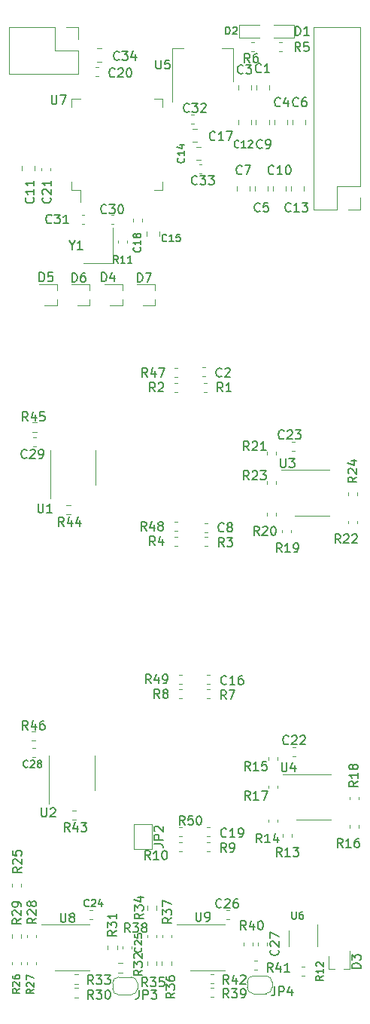
<source format=gbr>
G04 #@! TF.GenerationSoftware,KiCad,Pcbnew,6.0.4+dfsg-1+b1*
G04 #@! TF.CreationDate,2022-05-20T09:30:11+02:00*
G04 #@! TF.ProjectId,demiurge,64656d69-7572-4676-952e-6b696361645f,A*
G04 #@! TF.SameCoordinates,Original*
G04 #@! TF.FileFunction,Legend,Top*
G04 #@! TF.FilePolarity,Positive*
%FSLAX46Y46*%
G04 Gerber Fmt 4.6, Leading zero omitted, Abs format (unit mm)*
G04 Created by KiCad (PCBNEW 6.0.4+dfsg-1+b1) date 2022-05-20 09:30:11*
%MOMM*%
%LPD*%
G01*
G04 APERTURE LIST*
%ADD10C,0.152400*%
%ADD11C,0.150000*%
%ADD12C,0.120000*%
G04 APERTURE END LIST*
D10*
X81383142Y-70492857D02*
X81430761Y-70540476D01*
X81478380Y-70683333D01*
X81478380Y-70778571D01*
X81430761Y-70921428D01*
X81335523Y-71016666D01*
X81240285Y-71064285D01*
X81049809Y-71111904D01*
X80906952Y-71111904D01*
X80716476Y-71064285D01*
X80621238Y-71016666D01*
X80526000Y-70921428D01*
X80478380Y-70778571D01*
X80478380Y-70683333D01*
X80526000Y-70540476D01*
X80573619Y-70492857D01*
X80573619Y-70111904D02*
X80526000Y-70064285D01*
X80478380Y-69969047D01*
X80478380Y-69730952D01*
X80526000Y-69635714D01*
X80573619Y-69588095D01*
X80668857Y-69540476D01*
X80764095Y-69540476D01*
X80906952Y-69588095D01*
X81478380Y-70159523D01*
X81478380Y-69540476D01*
X81478380Y-68588095D02*
X81478380Y-69159523D01*
X81478380Y-68873809D02*
X80478380Y-68873809D01*
X80621238Y-68969047D01*
X80716476Y-69064285D01*
X80764095Y-69159523D01*
X100671333Y-90527142D02*
X100623714Y-90574761D01*
X100480857Y-90622380D01*
X100385619Y-90622380D01*
X100242761Y-90574761D01*
X100147523Y-90479523D01*
X100099904Y-90384285D01*
X100052285Y-90193809D01*
X100052285Y-90050952D01*
X100099904Y-89860476D01*
X100147523Y-89765238D01*
X100242761Y-89670000D01*
X100385619Y-89622380D01*
X100480857Y-89622380D01*
X100623714Y-89670000D01*
X100671333Y-89717619D01*
X101052285Y-89717619D02*
X101099904Y-89670000D01*
X101195142Y-89622380D01*
X101433238Y-89622380D01*
X101528476Y-89670000D01*
X101576095Y-89717619D01*
X101623714Y-89812857D01*
X101623714Y-89908095D01*
X101576095Y-90050952D01*
X101004666Y-90622380D01*
X101623714Y-90622380D01*
D11*
X105243333Y-64873142D02*
X105195714Y-64920761D01*
X105052857Y-64968380D01*
X104957619Y-64968380D01*
X104814761Y-64920761D01*
X104719523Y-64825523D01*
X104671904Y-64730285D01*
X104624285Y-64539809D01*
X104624285Y-64396952D01*
X104671904Y-64206476D01*
X104719523Y-64111238D01*
X104814761Y-64016000D01*
X104957619Y-63968380D01*
X105052857Y-63968380D01*
X105195714Y-64016000D01*
X105243333Y-64063619D01*
X105719523Y-64968380D02*
X105910000Y-64968380D01*
X106005238Y-64920761D01*
X106052857Y-64873142D01*
X106148095Y-64730285D01*
X106195714Y-64539809D01*
X106195714Y-64158857D01*
X106148095Y-64063619D01*
X106100476Y-64016000D01*
X106005238Y-63968380D01*
X105814761Y-63968380D01*
X105719523Y-64016000D01*
X105671904Y-64063619D01*
X105624285Y-64158857D01*
X105624285Y-64396952D01*
X105671904Y-64492190D01*
X105719523Y-64539809D01*
X105814761Y-64587428D01*
X106005238Y-64587428D01*
X106100476Y-64539809D01*
X106148095Y-64492190D01*
X106195714Y-64396952D01*
D10*
X107688142Y-97512142D02*
X107640523Y-97559761D01*
X107497666Y-97607380D01*
X107402428Y-97607380D01*
X107259571Y-97559761D01*
X107164333Y-97464523D01*
X107116714Y-97369285D01*
X107069095Y-97178809D01*
X107069095Y-97035952D01*
X107116714Y-96845476D01*
X107164333Y-96750238D01*
X107259571Y-96655000D01*
X107402428Y-96607380D01*
X107497666Y-96607380D01*
X107640523Y-96655000D01*
X107688142Y-96702619D01*
X108069095Y-96702619D02*
X108116714Y-96655000D01*
X108211952Y-96607380D01*
X108450047Y-96607380D01*
X108545285Y-96655000D01*
X108592904Y-96702619D01*
X108640523Y-96797857D01*
X108640523Y-96893095D01*
X108592904Y-97035952D01*
X108021476Y-97607380D01*
X108640523Y-97607380D01*
X108973857Y-96607380D02*
X109592904Y-96607380D01*
X109259571Y-96988333D01*
X109402428Y-96988333D01*
X109497666Y-97035952D01*
X109545285Y-97083571D01*
X109592904Y-97178809D01*
X109592904Y-97416904D01*
X109545285Y-97512142D01*
X109497666Y-97559761D01*
X109402428Y-97607380D01*
X109116714Y-97607380D01*
X109021476Y-97559761D01*
X108973857Y-97512142D01*
D11*
X80160904Y-79909380D02*
X80160904Y-78909380D01*
X80399000Y-78909380D01*
X80541857Y-78957000D01*
X80637095Y-79052238D01*
X80684714Y-79147476D01*
X80732333Y-79337952D01*
X80732333Y-79480809D01*
X80684714Y-79671285D01*
X80637095Y-79766523D01*
X80541857Y-79861761D01*
X80399000Y-79909380D01*
X80160904Y-79909380D01*
X81637095Y-78909380D02*
X81160904Y-78909380D01*
X81113285Y-79385571D01*
X81160904Y-79337952D01*
X81256142Y-79290333D01*
X81494238Y-79290333D01*
X81589476Y-79337952D01*
X81637095Y-79385571D01*
X81684714Y-79480809D01*
X81684714Y-79718904D01*
X81637095Y-79814142D01*
X81589476Y-79861761D01*
X81494238Y-79909380D01*
X81256142Y-79909380D01*
X81160904Y-79861761D01*
X81113285Y-79814142D01*
D10*
X112127695Y-157875514D02*
X111740647Y-158146447D01*
X112127695Y-158339971D02*
X111314895Y-158339971D01*
X111314895Y-158030333D01*
X111353600Y-157952923D01*
X111392304Y-157914219D01*
X111469714Y-157875514D01*
X111585828Y-157875514D01*
X111663238Y-157914219D01*
X111701942Y-157952923D01*
X111740647Y-158030333D01*
X111740647Y-158339971D01*
X112127695Y-157101419D02*
X112127695Y-157565876D01*
X112127695Y-157333647D02*
X111314895Y-157333647D01*
X111431009Y-157411057D01*
X111508419Y-157488466D01*
X111547123Y-157565876D01*
X111392304Y-156791780D02*
X111353600Y-156753076D01*
X111314895Y-156675666D01*
X111314895Y-156482142D01*
X111353600Y-156404733D01*
X111392304Y-156366028D01*
X111469714Y-156327323D01*
X111547123Y-156327323D01*
X111663238Y-156366028D01*
X112127695Y-156830485D01*
X112127695Y-156327323D01*
X105173542Y-142920980D02*
X104840209Y-142444790D01*
X104602114Y-142920980D02*
X104602114Y-141920980D01*
X104983066Y-141920980D01*
X105078304Y-141968600D01*
X105125923Y-142016219D01*
X105173542Y-142111457D01*
X105173542Y-142254314D01*
X105125923Y-142349552D01*
X105078304Y-142397171D01*
X104983066Y-142444790D01*
X104602114Y-142444790D01*
X106125923Y-142920980D02*
X105554495Y-142920980D01*
X105840209Y-142920980D02*
X105840209Y-141920980D01*
X105744971Y-142063838D01*
X105649733Y-142159076D01*
X105554495Y-142206695D01*
X106983066Y-142254314D02*
X106983066Y-142920980D01*
X106744971Y-141873361D02*
X106506876Y-142587647D01*
X107125923Y-142587647D01*
X103878142Y-134818380D02*
X103544809Y-134342190D01*
X103306714Y-134818380D02*
X103306714Y-133818380D01*
X103687666Y-133818380D01*
X103782904Y-133866000D01*
X103830523Y-133913619D01*
X103878142Y-134008857D01*
X103878142Y-134151714D01*
X103830523Y-134246952D01*
X103782904Y-134294571D01*
X103687666Y-134342190D01*
X103306714Y-134342190D01*
X104830523Y-134818380D02*
X104259095Y-134818380D01*
X104544809Y-134818380D02*
X104544809Y-133818380D01*
X104449571Y-133961238D01*
X104354333Y-134056476D01*
X104259095Y-134104095D01*
X105735285Y-133818380D02*
X105259095Y-133818380D01*
X105211476Y-134294571D01*
X105259095Y-134246952D01*
X105354333Y-134199333D01*
X105592428Y-134199333D01*
X105687666Y-134246952D01*
X105735285Y-134294571D01*
X105782904Y-134389809D01*
X105782904Y-134627904D01*
X105735285Y-134723142D01*
X105687666Y-134770761D01*
X105592428Y-134818380D01*
X105354333Y-134818380D01*
X105259095Y-134770761D01*
X105211476Y-134723142D01*
X100925333Y-109672380D02*
X100592000Y-109196190D01*
X100353904Y-109672380D02*
X100353904Y-108672380D01*
X100734857Y-108672380D01*
X100830095Y-108720000D01*
X100877714Y-108767619D01*
X100925333Y-108862857D01*
X100925333Y-109005714D01*
X100877714Y-109100952D01*
X100830095Y-109148571D01*
X100734857Y-109196190D01*
X100353904Y-109196190D01*
X101258666Y-108672380D02*
X101877714Y-108672380D01*
X101544380Y-109053333D01*
X101687238Y-109053333D01*
X101782476Y-109100952D01*
X101830095Y-109148571D01*
X101877714Y-109243809D01*
X101877714Y-109481904D01*
X101830095Y-109577142D01*
X101782476Y-109624761D01*
X101687238Y-109672380D01*
X101401523Y-109672380D01*
X101306285Y-109624761D01*
X101258666Y-109577142D01*
X93178333Y-109545380D02*
X92845000Y-109069190D01*
X92606904Y-109545380D02*
X92606904Y-108545380D01*
X92987857Y-108545380D01*
X93083095Y-108593000D01*
X93130714Y-108640619D01*
X93178333Y-108735857D01*
X93178333Y-108878714D01*
X93130714Y-108973952D01*
X93083095Y-109021571D01*
X92987857Y-109069190D01*
X92606904Y-109069190D01*
X94035476Y-108878714D02*
X94035476Y-109545380D01*
X93797380Y-108497761D02*
X93559285Y-109212047D01*
X94178333Y-109212047D01*
X101179333Y-126817380D02*
X100846000Y-126341190D01*
X100607904Y-126817380D02*
X100607904Y-125817380D01*
X100988857Y-125817380D01*
X101084095Y-125865000D01*
X101131714Y-125912619D01*
X101179333Y-126007857D01*
X101179333Y-126150714D01*
X101131714Y-126245952D01*
X101084095Y-126293571D01*
X100988857Y-126341190D01*
X100607904Y-126341190D01*
X101512666Y-125817380D02*
X102179333Y-125817380D01*
X101750761Y-126817380D01*
X93686333Y-126690380D02*
X93353000Y-126214190D01*
X93114904Y-126690380D02*
X93114904Y-125690380D01*
X93495857Y-125690380D01*
X93591095Y-125738000D01*
X93638714Y-125785619D01*
X93686333Y-125880857D01*
X93686333Y-126023714D01*
X93638714Y-126118952D01*
X93591095Y-126166571D01*
X93495857Y-126214190D01*
X93114904Y-126214190D01*
X94257761Y-126118952D02*
X94162523Y-126071333D01*
X94114904Y-126023714D01*
X94067285Y-125928476D01*
X94067285Y-125880857D01*
X94114904Y-125785619D01*
X94162523Y-125738000D01*
X94257761Y-125690380D01*
X94448238Y-125690380D01*
X94543476Y-125738000D01*
X94591095Y-125785619D01*
X94638714Y-125880857D01*
X94638714Y-125928476D01*
X94591095Y-126023714D01*
X94543476Y-126071333D01*
X94448238Y-126118952D01*
X94257761Y-126118952D01*
X94162523Y-126166571D01*
X94114904Y-126214190D01*
X94067285Y-126309428D01*
X94067285Y-126499904D01*
X94114904Y-126595142D01*
X94162523Y-126642761D01*
X94257761Y-126690380D01*
X94448238Y-126690380D01*
X94543476Y-126642761D01*
X94591095Y-126595142D01*
X94638714Y-126499904D01*
X94638714Y-126309428D01*
X94591095Y-126214190D01*
X94543476Y-126166571D01*
X94448238Y-126118952D01*
X103878142Y-138120380D02*
X103544809Y-137644190D01*
X103306714Y-138120380D02*
X103306714Y-137120380D01*
X103687666Y-137120380D01*
X103782904Y-137168000D01*
X103830523Y-137215619D01*
X103878142Y-137310857D01*
X103878142Y-137453714D01*
X103830523Y-137548952D01*
X103782904Y-137596571D01*
X103687666Y-137644190D01*
X103306714Y-137644190D01*
X104830523Y-138120380D02*
X104259095Y-138120380D01*
X104544809Y-138120380D02*
X104544809Y-137120380D01*
X104449571Y-137263238D01*
X104354333Y-137358476D01*
X104259095Y-137406095D01*
X105163857Y-137120380D02*
X105830523Y-137120380D01*
X105401952Y-138120380D01*
X101179333Y-143962380D02*
X100846000Y-143486190D01*
X100607904Y-143962380D02*
X100607904Y-142962380D01*
X100988857Y-142962380D01*
X101084095Y-143010000D01*
X101131714Y-143057619D01*
X101179333Y-143152857D01*
X101179333Y-143295714D01*
X101131714Y-143390952D01*
X101084095Y-143438571D01*
X100988857Y-143486190D01*
X100607904Y-143486190D01*
X101655523Y-143962380D02*
X101846000Y-143962380D01*
X101941238Y-143914761D01*
X101988857Y-143867142D01*
X102084095Y-143724285D01*
X102131714Y-143533809D01*
X102131714Y-143152857D01*
X102084095Y-143057619D01*
X102036476Y-143010000D01*
X101941238Y-142962380D01*
X101750761Y-142962380D01*
X101655523Y-143010000D01*
X101607904Y-143057619D01*
X101560285Y-143152857D01*
X101560285Y-143390952D01*
X101607904Y-143486190D01*
X101655523Y-143533809D01*
X101750761Y-143581428D01*
X101941238Y-143581428D01*
X102036476Y-143533809D01*
X102084095Y-143486190D01*
X102131714Y-143390952D01*
X92625942Y-144825980D02*
X92292609Y-144349790D01*
X92054514Y-144825980D02*
X92054514Y-143825980D01*
X92435466Y-143825980D01*
X92530704Y-143873600D01*
X92578323Y-143921219D01*
X92625942Y-144016457D01*
X92625942Y-144159314D01*
X92578323Y-144254552D01*
X92530704Y-144302171D01*
X92435466Y-144349790D01*
X92054514Y-144349790D01*
X93578323Y-144825980D02*
X93006895Y-144825980D01*
X93292609Y-144825980D02*
X93292609Y-143825980D01*
X93197371Y-143968838D01*
X93102133Y-144064076D01*
X93006895Y-144111695D01*
X94197371Y-143825980D02*
X94292609Y-143825980D01*
X94387847Y-143873600D01*
X94435466Y-143921219D01*
X94483085Y-144016457D01*
X94530704Y-144206933D01*
X94530704Y-144445028D01*
X94483085Y-144635504D01*
X94435466Y-144730742D01*
X94387847Y-144778361D01*
X94292609Y-144825980D01*
X94197371Y-144825980D01*
X94102133Y-144778361D01*
X94054514Y-144730742D01*
X94006895Y-144635504D01*
X93959276Y-144445028D01*
X93959276Y-144206933D01*
X94006895Y-144016457D01*
X94054514Y-143921219D01*
X94102133Y-143873600D01*
X94197371Y-143825980D01*
X115895380Y-101861857D02*
X115419190Y-102195190D01*
X115895380Y-102433285D02*
X114895380Y-102433285D01*
X114895380Y-102052333D01*
X114943000Y-101957095D01*
X114990619Y-101909476D01*
X115085857Y-101861857D01*
X115228714Y-101861857D01*
X115323952Y-101909476D01*
X115371571Y-101957095D01*
X115419190Y-102052333D01*
X115419190Y-102433285D01*
X114990619Y-101480904D02*
X114943000Y-101433285D01*
X114895380Y-101338047D01*
X114895380Y-101099952D01*
X114943000Y-101004714D01*
X114990619Y-100957095D01*
X115085857Y-100909476D01*
X115181095Y-100909476D01*
X115323952Y-100957095D01*
X115895380Y-101528523D01*
X115895380Y-100909476D01*
X115228714Y-100052333D02*
X115895380Y-100052333D01*
X114847761Y-100290428D02*
X115562047Y-100528523D01*
X115562047Y-99909476D01*
X95041980Y-151366457D02*
X94565790Y-151699790D01*
X95041980Y-151937885D02*
X94041980Y-151937885D01*
X94041980Y-151556933D01*
X94089600Y-151461695D01*
X94137219Y-151414076D01*
X94232457Y-151366457D01*
X94375314Y-151366457D01*
X94470552Y-151414076D01*
X94518171Y-151461695D01*
X94565790Y-151556933D01*
X94565790Y-151937885D01*
X94041980Y-151033123D02*
X94041980Y-150414076D01*
X94422933Y-150747409D01*
X94422933Y-150604552D01*
X94470552Y-150509314D01*
X94518171Y-150461695D01*
X94613409Y-150414076D01*
X94851504Y-150414076D01*
X94946742Y-150461695D01*
X94994361Y-150509314D01*
X95041980Y-150604552D01*
X95041980Y-150890266D01*
X94994361Y-150985504D01*
X94946742Y-151033123D01*
X94041980Y-150080742D02*
X94041980Y-149414076D01*
X95041980Y-149842647D01*
X101465142Y-160345380D02*
X101131809Y-159869190D01*
X100893714Y-160345380D02*
X100893714Y-159345380D01*
X101274666Y-159345380D01*
X101369904Y-159393000D01*
X101417523Y-159440619D01*
X101465142Y-159535857D01*
X101465142Y-159678714D01*
X101417523Y-159773952D01*
X101369904Y-159821571D01*
X101274666Y-159869190D01*
X100893714Y-159869190D01*
X101798476Y-159345380D02*
X102417523Y-159345380D01*
X102084190Y-159726333D01*
X102227047Y-159726333D01*
X102322285Y-159773952D01*
X102369904Y-159821571D01*
X102417523Y-159916809D01*
X102417523Y-160154904D01*
X102369904Y-160250142D01*
X102322285Y-160297761D01*
X102227047Y-160345380D01*
X101941333Y-160345380D01*
X101846095Y-160297761D01*
X101798476Y-160250142D01*
X102893714Y-160345380D02*
X103084190Y-160345380D01*
X103179428Y-160297761D01*
X103227047Y-160250142D01*
X103322285Y-160107285D01*
X103369904Y-159916809D01*
X103369904Y-159535857D01*
X103322285Y-159440619D01*
X103274666Y-159393000D01*
X103179428Y-159345380D01*
X102988952Y-159345380D01*
X102893714Y-159393000D01*
X102846095Y-159440619D01*
X102798476Y-159535857D01*
X102798476Y-159773952D01*
X102846095Y-159869190D01*
X102893714Y-159916809D01*
X102988952Y-159964428D01*
X103179428Y-159964428D01*
X103274666Y-159916809D01*
X103322285Y-159869190D01*
X103369904Y-159773952D01*
X103420942Y-152699980D02*
X103087609Y-152223790D01*
X102849514Y-152699980D02*
X102849514Y-151699980D01*
X103230466Y-151699980D01*
X103325704Y-151747600D01*
X103373323Y-151795219D01*
X103420942Y-151890457D01*
X103420942Y-152033314D01*
X103373323Y-152128552D01*
X103325704Y-152176171D01*
X103230466Y-152223790D01*
X102849514Y-152223790D01*
X104278085Y-152033314D02*
X104278085Y-152699980D01*
X104039990Y-151652361D02*
X103801895Y-152366647D01*
X104420942Y-152366647D01*
X104992371Y-151699980D02*
X105087609Y-151699980D01*
X105182847Y-151747600D01*
X105230466Y-151795219D01*
X105278085Y-151890457D01*
X105325704Y-152080933D01*
X105325704Y-152319028D01*
X105278085Y-152509504D01*
X105230466Y-152604742D01*
X105182847Y-152652361D01*
X105087609Y-152699980D01*
X104992371Y-152699980D01*
X104897133Y-152652361D01*
X104849514Y-152604742D01*
X104801895Y-152509504D01*
X104754276Y-152319028D01*
X104754276Y-152080933D01*
X104801895Y-151890457D01*
X104849514Y-151795219D01*
X104897133Y-151747600D01*
X104992371Y-151699980D01*
D11*
X82923142Y-107386380D02*
X82589809Y-106910190D01*
X82351714Y-107386380D02*
X82351714Y-106386380D01*
X82732666Y-106386380D01*
X82827904Y-106434000D01*
X82875523Y-106481619D01*
X82923142Y-106576857D01*
X82923142Y-106719714D01*
X82875523Y-106814952D01*
X82827904Y-106862571D01*
X82732666Y-106910190D01*
X82351714Y-106910190D01*
X83780285Y-106719714D02*
X83780285Y-107386380D01*
X83542190Y-106338761D02*
X83304095Y-107053047D01*
X83923142Y-107053047D01*
X84732666Y-106719714D02*
X84732666Y-107386380D01*
X84494571Y-106338761D02*
X84256476Y-107053047D01*
X84875523Y-107053047D01*
X80391095Y-139025380D02*
X80391095Y-139834904D01*
X80438714Y-139930142D01*
X80486333Y-139977761D01*
X80581571Y-140025380D01*
X80772047Y-140025380D01*
X80867285Y-139977761D01*
X80914904Y-139930142D01*
X80962523Y-139834904D01*
X80962523Y-139025380D01*
X81391095Y-139120619D02*
X81438714Y-139073000D01*
X81533952Y-139025380D01*
X81772047Y-139025380D01*
X81867285Y-139073000D01*
X81914904Y-139120619D01*
X81962523Y-139215857D01*
X81962523Y-139311095D01*
X81914904Y-139453952D01*
X81343476Y-140025380D01*
X81962523Y-140025380D01*
D10*
X101155076Y-52153695D02*
X101155076Y-51340895D01*
X101348600Y-51340895D01*
X101464714Y-51379600D01*
X101542123Y-51457009D01*
X101580828Y-51534419D01*
X101619533Y-51689238D01*
X101619533Y-51805352D01*
X101580828Y-51960171D01*
X101542123Y-52037580D01*
X101464714Y-52114990D01*
X101348600Y-52153695D01*
X101155076Y-52153695D01*
X101929171Y-51418304D02*
X101967876Y-51379600D01*
X102045285Y-51340895D01*
X102238809Y-51340895D01*
X102316219Y-51379600D01*
X102354923Y-51418304D01*
X102393628Y-51495714D01*
X102393628Y-51573123D01*
X102354923Y-51689238D01*
X101890466Y-52153695D01*
X102393628Y-52153695D01*
D11*
X116321380Y-157025095D02*
X115321380Y-157025095D01*
X115321380Y-156787000D01*
X115369000Y-156644142D01*
X115464238Y-156548904D01*
X115559476Y-156501285D01*
X115749952Y-156453666D01*
X115892809Y-156453666D01*
X116083285Y-156501285D01*
X116178523Y-156548904D01*
X116273761Y-156644142D01*
X116321380Y-156787000D01*
X116321380Y-157025095D01*
X115321380Y-156120333D02*
X115321380Y-155501285D01*
X115702333Y-155834619D01*
X115702333Y-155691761D01*
X115749952Y-155596523D01*
X115797571Y-155548904D01*
X115892809Y-155501285D01*
X116130904Y-155501285D01*
X116226142Y-155548904D01*
X116273761Y-155596523D01*
X116321380Y-155691761D01*
X116321380Y-155977476D01*
X116273761Y-156072714D01*
X116226142Y-156120333D01*
D10*
X103846333Y-55316380D02*
X103513000Y-54840190D01*
X103274904Y-55316380D02*
X103274904Y-54316380D01*
X103655857Y-54316380D01*
X103751095Y-54364000D01*
X103798714Y-54411619D01*
X103846333Y-54506857D01*
X103846333Y-54649714D01*
X103798714Y-54744952D01*
X103751095Y-54792571D01*
X103655857Y-54840190D01*
X103274904Y-54840190D01*
X104703476Y-54316380D02*
X104513000Y-54316380D01*
X104417761Y-54364000D01*
X104370142Y-54411619D01*
X104274904Y-54554476D01*
X104227285Y-54744952D01*
X104227285Y-55125904D01*
X104274904Y-55221142D01*
X104322523Y-55268761D01*
X104417761Y-55316380D01*
X104608238Y-55316380D01*
X104703476Y-55268761D01*
X104751095Y-55221142D01*
X104798714Y-55125904D01*
X104798714Y-54887809D01*
X104751095Y-54792571D01*
X104703476Y-54744952D01*
X104608238Y-54697333D01*
X104417761Y-54697333D01*
X104322523Y-54744952D01*
X104274904Y-54792571D01*
X104227285Y-54887809D01*
X109533333Y-54052380D02*
X109200000Y-53576190D01*
X108961904Y-54052380D02*
X108961904Y-53052380D01*
X109342857Y-53052380D01*
X109438095Y-53100000D01*
X109485714Y-53147619D01*
X109533333Y-53242857D01*
X109533333Y-53385714D01*
X109485714Y-53480952D01*
X109438095Y-53528571D01*
X109342857Y-53576190D01*
X108961904Y-53576190D01*
X110438095Y-53052380D02*
X109961904Y-53052380D01*
X109914285Y-53528571D01*
X109961904Y-53480952D01*
X110057142Y-53433333D01*
X110295238Y-53433333D01*
X110390476Y-53480952D01*
X110438095Y-53528571D01*
X110485714Y-53623809D01*
X110485714Y-53861904D01*
X110438095Y-53957142D01*
X110390476Y-54004761D01*
X110295238Y-54052380D01*
X110057142Y-54052380D01*
X109961904Y-54004761D01*
X109914285Y-53957142D01*
D11*
X108989904Y-52268380D02*
X108989904Y-51268380D01*
X109228000Y-51268380D01*
X109370857Y-51316000D01*
X109466095Y-51411238D01*
X109513714Y-51506476D01*
X109561333Y-51696952D01*
X109561333Y-51839809D01*
X109513714Y-52030285D01*
X109466095Y-52125523D01*
X109370857Y-52220761D01*
X109228000Y-52268380D01*
X108989904Y-52268380D01*
X110513714Y-52268380D02*
X109942285Y-52268380D01*
X110228000Y-52268380D02*
X110228000Y-51268380D01*
X110132761Y-51411238D01*
X110037523Y-51506476D01*
X109942285Y-51554095D01*
D10*
X94473485Y-75347285D02*
X94434780Y-75385990D01*
X94318666Y-75424695D01*
X94241257Y-75424695D01*
X94125142Y-75385990D01*
X94047733Y-75308580D01*
X94009028Y-75231171D01*
X93970323Y-75076352D01*
X93970323Y-74960238D01*
X94009028Y-74805419D01*
X94047733Y-74728009D01*
X94125142Y-74650600D01*
X94241257Y-74611895D01*
X94318666Y-74611895D01*
X94434780Y-74650600D01*
X94473485Y-74689304D01*
X95247580Y-75424695D02*
X94783123Y-75424695D01*
X95015352Y-75424695D02*
X95015352Y-74611895D01*
X94937942Y-74728009D01*
X94860533Y-74805419D01*
X94783123Y-74844123D01*
X95982971Y-74611895D02*
X95595923Y-74611895D01*
X95557219Y-74998942D01*
X95595923Y-74960238D01*
X95673333Y-74921533D01*
X95866857Y-74921533D01*
X95944266Y-74960238D01*
X95982971Y-74998942D01*
X96021676Y-75076352D01*
X96021676Y-75269876D01*
X95982971Y-75347285D01*
X95944266Y-75385990D01*
X95866857Y-75424695D01*
X95673333Y-75424695D01*
X95595923Y-75385990D01*
X95557219Y-75347285D01*
X91476285Y-76087514D02*
X91514990Y-76126219D01*
X91553695Y-76242333D01*
X91553695Y-76319742D01*
X91514990Y-76435857D01*
X91437580Y-76513266D01*
X91360171Y-76551971D01*
X91205352Y-76590676D01*
X91089238Y-76590676D01*
X90934419Y-76551971D01*
X90857009Y-76513266D01*
X90779600Y-76435857D01*
X90740895Y-76319742D01*
X90740895Y-76242333D01*
X90779600Y-76126219D01*
X90818304Y-76087514D01*
X91553695Y-75313419D02*
X91553695Y-75777876D01*
X91553695Y-75545647D02*
X90740895Y-75545647D01*
X90857009Y-75623057D01*
X90934419Y-75700466D01*
X90973123Y-75777876D01*
X91089238Y-74848961D02*
X91050533Y-74926371D01*
X91011828Y-74965076D01*
X90934419Y-75003780D01*
X90895714Y-75003780D01*
X90818304Y-74965076D01*
X90779600Y-74926371D01*
X90740895Y-74848961D01*
X90740895Y-74694142D01*
X90779600Y-74616733D01*
X90818304Y-74578028D01*
X90895714Y-74539323D01*
X90934419Y-74539323D01*
X91011828Y-74578028D01*
X91050533Y-74616733D01*
X91089238Y-74694142D01*
X91089238Y-74848961D01*
X91127942Y-74926371D01*
X91166647Y-74965076D01*
X91244057Y-75003780D01*
X91398876Y-75003780D01*
X91476285Y-74965076D01*
X91514990Y-74926371D01*
X91553695Y-74848961D01*
X91553695Y-74694142D01*
X91514990Y-74616733D01*
X91476285Y-74578028D01*
X91398876Y-74539323D01*
X91244057Y-74539323D01*
X91166647Y-74578028D01*
X91127942Y-74616733D01*
X91089238Y-74694142D01*
X105116333Y-56364142D02*
X105068714Y-56411761D01*
X104925857Y-56459380D01*
X104830619Y-56459380D01*
X104687761Y-56411761D01*
X104592523Y-56316523D01*
X104544904Y-56221285D01*
X104497285Y-56030809D01*
X104497285Y-55887952D01*
X104544904Y-55697476D01*
X104592523Y-55602238D01*
X104687761Y-55507000D01*
X104830619Y-55459380D01*
X104925857Y-55459380D01*
X105068714Y-55507000D01*
X105116333Y-55554619D01*
X106068714Y-56459380D02*
X105497285Y-56459380D01*
X105783000Y-56459380D02*
X105783000Y-55459380D01*
X105687761Y-55602238D01*
X105592523Y-55697476D01*
X105497285Y-55745095D01*
X108450142Y-71985142D02*
X108402523Y-72032761D01*
X108259666Y-72080380D01*
X108164428Y-72080380D01*
X108021571Y-72032761D01*
X107926333Y-71937523D01*
X107878714Y-71842285D01*
X107831095Y-71651809D01*
X107831095Y-71508952D01*
X107878714Y-71318476D01*
X107926333Y-71223238D01*
X108021571Y-71128000D01*
X108164428Y-71080380D01*
X108259666Y-71080380D01*
X108402523Y-71128000D01*
X108450142Y-71175619D01*
X109402523Y-72080380D02*
X108831095Y-72080380D01*
X109116809Y-72080380D02*
X109116809Y-71080380D01*
X109021571Y-71223238D01*
X108926333Y-71318476D01*
X108831095Y-71366095D01*
X109735857Y-71080380D02*
X110354904Y-71080380D01*
X110021571Y-71461333D01*
X110164428Y-71461333D01*
X110259666Y-71508952D01*
X110307285Y-71556571D01*
X110354904Y-71651809D01*
X110354904Y-71889904D01*
X110307285Y-71985142D01*
X110259666Y-72032761D01*
X110164428Y-72080380D01*
X109878714Y-72080380D01*
X109783476Y-72032761D01*
X109735857Y-71985142D01*
X96429285Y-66054514D02*
X96467990Y-66093219D01*
X96506695Y-66209333D01*
X96506695Y-66286742D01*
X96467990Y-66402857D01*
X96390580Y-66480266D01*
X96313171Y-66518971D01*
X96158352Y-66557676D01*
X96042238Y-66557676D01*
X95887419Y-66518971D01*
X95810009Y-66480266D01*
X95732600Y-66402857D01*
X95693895Y-66286742D01*
X95693895Y-66209333D01*
X95732600Y-66093219D01*
X95771304Y-66054514D01*
X96506695Y-65280419D02*
X96506695Y-65744876D01*
X96506695Y-65512647D02*
X95693895Y-65512647D01*
X95810009Y-65590057D01*
X95887419Y-65667466D01*
X95926123Y-65744876D01*
X95964828Y-64583733D02*
X96506695Y-64583733D01*
X95655190Y-64777257D02*
X96235761Y-64970780D01*
X96235761Y-64467619D01*
X106545142Y-67794142D02*
X106497523Y-67841761D01*
X106354666Y-67889380D01*
X106259428Y-67889380D01*
X106116571Y-67841761D01*
X106021333Y-67746523D01*
X105973714Y-67651285D01*
X105926095Y-67460809D01*
X105926095Y-67317952D01*
X105973714Y-67127476D01*
X106021333Y-67032238D01*
X106116571Y-66937000D01*
X106259428Y-66889380D01*
X106354666Y-66889380D01*
X106497523Y-66937000D01*
X106545142Y-66984619D01*
X107497523Y-67889380D02*
X106926095Y-67889380D01*
X107211809Y-67889380D02*
X107211809Y-66889380D01*
X107116571Y-67032238D01*
X107021333Y-67127476D01*
X106926095Y-67175095D01*
X108116571Y-66889380D02*
X108211809Y-66889380D01*
X108307047Y-66937000D01*
X108354666Y-66984619D01*
X108402285Y-67079857D01*
X108449904Y-67270333D01*
X108449904Y-67508428D01*
X108402285Y-67698904D01*
X108354666Y-67794142D01*
X108307047Y-67841761D01*
X108211809Y-67889380D01*
X108116571Y-67889380D01*
X108021333Y-67841761D01*
X107973714Y-67794142D01*
X107926095Y-67698904D01*
X107878476Y-67508428D01*
X107878476Y-67270333D01*
X107926095Y-67079857D01*
X107973714Y-66984619D01*
X108021333Y-66937000D01*
X108116571Y-66889380D01*
X79478142Y-70492857D02*
X79525761Y-70540476D01*
X79573380Y-70683333D01*
X79573380Y-70778571D01*
X79525761Y-70921428D01*
X79430523Y-71016666D01*
X79335285Y-71064285D01*
X79144809Y-71111904D01*
X79001952Y-71111904D01*
X78811476Y-71064285D01*
X78716238Y-71016666D01*
X78621000Y-70921428D01*
X78573380Y-70778571D01*
X78573380Y-70683333D01*
X78621000Y-70540476D01*
X78668619Y-70492857D01*
X79573380Y-69540476D02*
X79573380Y-70111904D01*
X79573380Y-69826190D02*
X78573380Y-69826190D01*
X78716238Y-69921428D01*
X78811476Y-70016666D01*
X78859095Y-70111904D01*
X79573380Y-68588095D02*
X79573380Y-69159523D01*
X79573380Y-68873809D02*
X78573380Y-68873809D01*
X78716238Y-68969047D01*
X78811476Y-69064285D01*
X78859095Y-69159523D01*
X104989333Y-71985142D02*
X104941714Y-72032761D01*
X104798857Y-72080380D01*
X104703619Y-72080380D01*
X104560761Y-72032761D01*
X104465523Y-71937523D01*
X104417904Y-71842285D01*
X104370285Y-71651809D01*
X104370285Y-71508952D01*
X104417904Y-71318476D01*
X104465523Y-71223238D01*
X104560761Y-71128000D01*
X104703619Y-71080380D01*
X104798857Y-71080380D01*
X104941714Y-71128000D01*
X104989333Y-71175619D01*
X105894095Y-71080380D02*
X105417904Y-71080380D01*
X105370285Y-71556571D01*
X105417904Y-71508952D01*
X105513142Y-71461333D01*
X105751238Y-71461333D01*
X105846476Y-71508952D01*
X105894095Y-71556571D01*
X105941714Y-71651809D01*
X105941714Y-71889904D01*
X105894095Y-71985142D01*
X105846476Y-72032761D01*
X105751238Y-72080380D01*
X105513142Y-72080380D01*
X105417904Y-72032761D01*
X105370285Y-71985142D01*
X100652342Y-150140942D02*
X100604723Y-150188561D01*
X100461866Y-150236180D01*
X100366628Y-150236180D01*
X100223771Y-150188561D01*
X100128533Y-150093323D01*
X100080914Y-149998085D01*
X100033295Y-149807609D01*
X100033295Y-149664752D01*
X100080914Y-149474276D01*
X100128533Y-149379038D01*
X100223771Y-149283800D01*
X100366628Y-149236180D01*
X100461866Y-149236180D01*
X100604723Y-149283800D01*
X100652342Y-149331419D01*
X101033295Y-149331419D02*
X101080914Y-149283800D01*
X101176152Y-149236180D01*
X101414247Y-149236180D01*
X101509485Y-149283800D01*
X101557104Y-149331419D01*
X101604723Y-149426657D01*
X101604723Y-149521895D01*
X101557104Y-149664752D01*
X100985676Y-150236180D01*
X101604723Y-150236180D01*
X102461866Y-149236180D02*
X102271390Y-149236180D01*
X102176152Y-149283800D01*
X102128533Y-149331419D01*
X102033295Y-149474276D01*
X101985676Y-149664752D01*
X101985676Y-150045704D01*
X102033295Y-150140942D01*
X102080914Y-150188561D01*
X102176152Y-150236180D01*
X102366628Y-150236180D01*
X102461866Y-150188561D01*
X102509485Y-150140942D01*
X102557104Y-150045704D01*
X102557104Y-149807609D01*
X102509485Y-149712371D01*
X102461866Y-149664752D01*
X102366628Y-149617133D01*
X102176152Y-149617133D01*
X102080914Y-149664752D01*
X102033295Y-149712371D01*
X101985676Y-149807609D01*
X90339942Y-152979380D02*
X90006609Y-152503190D01*
X89768514Y-152979380D02*
X89768514Y-151979380D01*
X90149466Y-151979380D01*
X90244704Y-152027000D01*
X90292323Y-152074619D01*
X90339942Y-152169857D01*
X90339942Y-152312714D01*
X90292323Y-152407952D01*
X90244704Y-152455571D01*
X90149466Y-152503190D01*
X89768514Y-152503190D01*
X90673276Y-151979380D02*
X91292323Y-151979380D01*
X90958990Y-152360333D01*
X91101847Y-152360333D01*
X91197085Y-152407952D01*
X91244704Y-152455571D01*
X91292323Y-152550809D01*
X91292323Y-152788904D01*
X91244704Y-152884142D01*
X91197085Y-152931761D01*
X91101847Y-152979380D01*
X90816133Y-152979380D01*
X90720895Y-152931761D01*
X90673276Y-152884142D01*
X91863752Y-152407952D02*
X91768514Y-152360333D01*
X91720895Y-152312714D01*
X91673276Y-152217476D01*
X91673276Y-152169857D01*
X91720895Y-152074619D01*
X91768514Y-152027000D01*
X91863752Y-151979380D01*
X92054228Y-151979380D01*
X92149466Y-152027000D01*
X92197085Y-152074619D01*
X92244704Y-152169857D01*
X92244704Y-152217476D01*
X92197085Y-152312714D01*
X92149466Y-152360333D01*
X92054228Y-152407952D01*
X91863752Y-152407952D01*
X91768514Y-152455571D01*
X91720895Y-152503190D01*
X91673276Y-152598428D01*
X91673276Y-152788904D01*
X91720895Y-152884142D01*
X91768514Y-152931761D01*
X91863752Y-152979380D01*
X92054228Y-152979380D01*
X92149466Y-152931761D01*
X92197085Y-152884142D01*
X92244704Y-152788904D01*
X92244704Y-152598428D01*
X92197085Y-152503190D01*
X92149466Y-152455571D01*
X92054228Y-152407952D01*
D11*
X78859142Y-95575380D02*
X78525809Y-95099190D01*
X78287714Y-95575380D02*
X78287714Y-94575380D01*
X78668666Y-94575380D01*
X78763904Y-94623000D01*
X78811523Y-94670619D01*
X78859142Y-94765857D01*
X78859142Y-94908714D01*
X78811523Y-95003952D01*
X78763904Y-95051571D01*
X78668666Y-95099190D01*
X78287714Y-95099190D01*
X79716285Y-94908714D02*
X79716285Y-95575380D01*
X79478190Y-94527761D02*
X79240095Y-95242047D01*
X79859142Y-95242047D01*
X80716285Y-94575380D02*
X80240095Y-94575380D01*
X80192476Y-95051571D01*
X80240095Y-95003952D01*
X80335333Y-94956333D01*
X80573428Y-94956333D01*
X80668666Y-95003952D01*
X80716285Y-95051571D01*
X80763904Y-95146809D01*
X80763904Y-95384904D01*
X80716285Y-95480142D01*
X80668666Y-95527761D01*
X80573428Y-95575380D01*
X80335333Y-95575380D01*
X80240095Y-95527761D01*
X80192476Y-95480142D01*
X78859142Y-130246380D02*
X78525809Y-129770190D01*
X78287714Y-130246380D02*
X78287714Y-129246380D01*
X78668666Y-129246380D01*
X78763904Y-129294000D01*
X78811523Y-129341619D01*
X78859142Y-129436857D01*
X78859142Y-129579714D01*
X78811523Y-129674952D01*
X78763904Y-129722571D01*
X78668666Y-129770190D01*
X78287714Y-129770190D01*
X79716285Y-129579714D02*
X79716285Y-130246380D01*
X79478190Y-129198761D02*
X79240095Y-129913047D01*
X79859142Y-129913047D01*
X80668666Y-129246380D02*
X80478190Y-129246380D01*
X80382952Y-129294000D01*
X80335333Y-129341619D01*
X80240095Y-129484476D01*
X80192476Y-129674952D01*
X80192476Y-130055904D01*
X80240095Y-130151142D01*
X80287714Y-130198761D01*
X80382952Y-130246380D01*
X80573428Y-130246380D01*
X80668666Y-130198761D01*
X80716285Y-130151142D01*
X80763904Y-130055904D01*
X80763904Y-129817809D01*
X80716285Y-129722571D01*
X80668666Y-129674952D01*
X80573428Y-129627333D01*
X80382952Y-129627333D01*
X80287714Y-129674952D01*
X80240095Y-129722571D01*
X80192476Y-129817809D01*
D10*
X92321142Y-90622380D02*
X91987809Y-90146190D01*
X91749714Y-90622380D02*
X91749714Y-89622380D01*
X92130666Y-89622380D01*
X92225904Y-89670000D01*
X92273523Y-89717619D01*
X92321142Y-89812857D01*
X92321142Y-89955714D01*
X92273523Y-90050952D01*
X92225904Y-90098571D01*
X92130666Y-90146190D01*
X91749714Y-90146190D01*
X93178285Y-89955714D02*
X93178285Y-90622380D01*
X92940190Y-89574761D02*
X92702095Y-90289047D01*
X93321142Y-90289047D01*
X93606857Y-89622380D02*
X94273523Y-89622380D01*
X93844952Y-90622380D01*
X92194142Y-107894380D02*
X91860809Y-107418190D01*
X91622714Y-107894380D02*
X91622714Y-106894380D01*
X92003666Y-106894380D01*
X92098904Y-106942000D01*
X92146523Y-106989619D01*
X92194142Y-107084857D01*
X92194142Y-107227714D01*
X92146523Y-107322952D01*
X92098904Y-107370571D01*
X92003666Y-107418190D01*
X91622714Y-107418190D01*
X93051285Y-107227714D02*
X93051285Y-107894380D01*
X92813190Y-106846761D02*
X92575095Y-107561047D01*
X93194142Y-107561047D01*
X93717952Y-107322952D02*
X93622714Y-107275333D01*
X93575095Y-107227714D01*
X93527476Y-107132476D01*
X93527476Y-107084857D01*
X93575095Y-106989619D01*
X93622714Y-106942000D01*
X93717952Y-106894380D01*
X93908428Y-106894380D01*
X94003666Y-106942000D01*
X94051285Y-106989619D01*
X94098904Y-107084857D01*
X94098904Y-107132476D01*
X94051285Y-107227714D01*
X94003666Y-107275333D01*
X93908428Y-107322952D01*
X93717952Y-107322952D01*
X93622714Y-107370571D01*
X93575095Y-107418190D01*
X93527476Y-107513428D01*
X93527476Y-107703904D01*
X93575095Y-107799142D01*
X93622714Y-107846761D01*
X93717952Y-107894380D01*
X93908428Y-107894380D01*
X94003666Y-107846761D01*
X94051285Y-107799142D01*
X94098904Y-107703904D01*
X94098904Y-107513428D01*
X94051285Y-107418190D01*
X94003666Y-107370571D01*
X93908428Y-107322952D01*
X106659466Y-159091380D02*
X106659466Y-159805666D01*
X106611847Y-159948523D01*
X106516609Y-160043761D01*
X106373752Y-160091380D01*
X106278514Y-160091380D01*
X107135657Y-160091380D02*
X107135657Y-159091380D01*
X107516609Y-159091380D01*
X107611847Y-159139000D01*
X107659466Y-159186619D01*
X107707085Y-159281857D01*
X107707085Y-159424714D01*
X107659466Y-159519952D01*
X107611847Y-159567571D01*
X107516609Y-159615190D01*
X107135657Y-159615190D01*
X108564228Y-159424714D02*
X108564228Y-160091380D01*
X108326133Y-159043761D02*
X108088038Y-159758047D01*
X108707085Y-159758047D01*
X114292142Y-143454380D02*
X113958809Y-142978190D01*
X113720714Y-143454380D02*
X113720714Y-142454380D01*
X114101666Y-142454380D01*
X114196904Y-142502000D01*
X114244523Y-142549619D01*
X114292142Y-142644857D01*
X114292142Y-142787714D01*
X114244523Y-142882952D01*
X114196904Y-142930571D01*
X114101666Y-142978190D01*
X113720714Y-142978190D01*
X115244523Y-143454380D02*
X114673095Y-143454380D01*
X114958809Y-143454380D02*
X114958809Y-142454380D01*
X114863571Y-142597238D01*
X114768333Y-142692476D01*
X114673095Y-142740095D01*
X116101666Y-142454380D02*
X115911190Y-142454380D01*
X115815952Y-142502000D01*
X115768333Y-142549619D01*
X115673095Y-142692476D01*
X115625476Y-142882952D01*
X115625476Y-143263904D01*
X115673095Y-143359142D01*
X115720714Y-143406761D01*
X115815952Y-143454380D01*
X116006428Y-143454380D01*
X116101666Y-143406761D01*
X116149285Y-143359142D01*
X116196904Y-143263904D01*
X116196904Y-143025809D01*
X116149285Y-142930571D01*
X116101666Y-142882952D01*
X116006428Y-142835333D01*
X115815952Y-142835333D01*
X115720714Y-142882952D01*
X115673095Y-142930571D01*
X115625476Y-143025809D01*
X103751142Y-98877380D02*
X103417809Y-98401190D01*
X103179714Y-98877380D02*
X103179714Y-97877380D01*
X103560666Y-97877380D01*
X103655904Y-97925000D01*
X103703523Y-97972619D01*
X103751142Y-98067857D01*
X103751142Y-98210714D01*
X103703523Y-98305952D01*
X103655904Y-98353571D01*
X103560666Y-98401190D01*
X103179714Y-98401190D01*
X104132095Y-97972619D02*
X104179714Y-97925000D01*
X104274952Y-97877380D01*
X104513047Y-97877380D01*
X104608285Y-97925000D01*
X104655904Y-97972619D01*
X104703523Y-98067857D01*
X104703523Y-98163095D01*
X104655904Y-98305952D01*
X104084476Y-98877380D01*
X104703523Y-98877380D01*
X105655904Y-98877380D02*
X105084476Y-98877380D01*
X105370190Y-98877380D02*
X105370190Y-97877380D01*
X105274952Y-98020238D01*
X105179714Y-98115476D01*
X105084476Y-98163095D01*
X78150980Y-145702257D02*
X77674790Y-146035590D01*
X78150980Y-146273685D02*
X77150980Y-146273685D01*
X77150980Y-145892733D01*
X77198600Y-145797495D01*
X77246219Y-145749876D01*
X77341457Y-145702257D01*
X77484314Y-145702257D01*
X77579552Y-145749876D01*
X77627171Y-145797495D01*
X77674790Y-145892733D01*
X77674790Y-146273685D01*
X77246219Y-145321304D02*
X77198600Y-145273685D01*
X77150980Y-145178447D01*
X77150980Y-144940352D01*
X77198600Y-144845114D01*
X77246219Y-144797495D01*
X77341457Y-144749876D01*
X77436695Y-144749876D01*
X77579552Y-144797495D01*
X78150980Y-145368923D01*
X78150980Y-144749876D01*
X77150980Y-143845114D02*
X77150980Y-144321304D01*
X77627171Y-144368923D01*
X77579552Y-144321304D01*
X77531933Y-144226066D01*
X77531933Y-143987971D01*
X77579552Y-143892733D01*
X77627171Y-143845114D01*
X77722409Y-143797495D01*
X77960504Y-143797495D01*
X78055742Y-143845114D01*
X78103361Y-143892733D01*
X78150980Y-143987971D01*
X78150980Y-144226066D01*
X78103361Y-144321304D01*
X78055742Y-144368923D01*
X116022380Y-136024857D02*
X115546190Y-136358190D01*
X116022380Y-136596285D02*
X115022380Y-136596285D01*
X115022380Y-136215333D01*
X115070000Y-136120095D01*
X115117619Y-136072476D01*
X115212857Y-136024857D01*
X115355714Y-136024857D01*
X115450952Y-136072476D01*
X115498571Y-136120095D01*
X115546190Y-136215333D01*
X115546190Y-136596285D01*
X116022380Y-135072476D02*
X116022380Y-135643904D01*
X116022380Y-135358190D02*
X115022380Y-135358190D01*
X115165238Y-135453428D01*
X115260476Y-135548666D01*
X115308095Y-135643904D01*
X115450952Y-134501047D02*
X115403333Y-134596285D01*
X115355714Y-134643904D01*
X115260476Y-134691523D01*
X115212857Y-134691523D01*
X115117619Y-134643904D01*
X115070000Y-134596285D01*
X115022380Y-134501047D01*
X115022380Y-134310571D01*
X115070000Y-134215333D01*
X115117619Y-134167714D01*
X115212857Y-134120095D01*
X115260476Y-134120095D01*
X115355714Y-134167714D01*
X115403333Y-134215333D01*
X115450952Y-134310571D01*
X115450952Y-134501047D01*
X115498571Y-134596285D01*
X115546190Y-134643904D01*
X115641428Y-134691523D01*
X115831904Y-134691523D01*
X115927142Y-134643904D01*
X115974761Y-134596285D01*
X116022380Y-134501047D01*
X116022380Y-134310571D01*
X115974761Y-134215333D01*
X115927142Y-134167714D01*
X115831904Y-134120095D01*
X115641428Y-134120095D01*
X115546190Y-134167714D01*
X115498571Y-134215333D01*
X115450952Y-134310571D01*
X114038142Y-109291380D02*
X113704809Y-108815190D01*
X113466714Y-109291380D02*
X113466714Y-108291380D01*
X113847666Y-108291380D01*
X113942904Y-108339000D01*
X113990523Y-108386619D01*
X114038142Y-108481857D01*
X114038142Y-108624714D01*
X113990523Y-108719952D01*
X113942904Y-108767571D01*
X113847666Y-108815190D01*
X113466714Y-108815190D01*
X114419095Y-108386619D02*
X114466714Y-108339000D01*
X114561952Y-108291380D01*
X114800047Y-108291380D01*
X114895285Y-108339000D01*
X114942904Y-108386619D01*
X114990523Y-108481857D01*
X114990523Y-108577095D01*
X114942904Y-108719952D01*
X114371476Y-109291380D01*
X114990523Y-109291380D01*
X115371476Y-108386619D02*
X115419095Y-108339000D01*
X115514333Y-108291380D01*
X115752428Y-108291380D01*
X115847666Y-108339000D01*
X115895285Y-108386619D01*
X115942904Y-108481857D01*
X115942904Y-108577095D01*
X115895285Y-108719952D01*
X115323857Y-109291380D01*
X115942904Y-109291380D01*
X103751142Y-102179380D02*
X103417809Y-101703190D01*
X103179714Y-102179380D02*
X103179714Y-101179380D01*
X103560666Y-101179380D01*
X103655904Y-101227000D01*
X103703523Y-101274619D01*
X103751142Y-101369857D01*
X103751142Y-101512714D01*
X103703523Y-101607952D01*
X103655904Y-101655571D01*
X103560666Y-101703190D01*
X103179714Y-101703190D01*
X104132095Y-101274619D02*
X104179714Y-101227000D01*
X104274952Y-101179380D01*
X104513047Y-101179380D01*
X104608285Y-101227000D01*
X104655904Y-101274619D01*
X104703523Y-101369857D01*
X104703523Y-101465095D01*
X104655904Y-101607952D01*
X104084476Y-102179380D01*
X104703523Y-102179380D01*
X105036857Y-101179380D02*
X105655904Y-101179380D01*
X105322571Y-101560333D01*
X105465428Y-101560333D01*
X105560666Y-101607952D01*
X105608285Y-101655571D01*
X105655904Y-101750809D01*
X105655904Y-101988904D01*
X105608285Y-102084142D01*
X105560666Y-102131761D01*
X105465428Y-102179380D01*
X105179714Y-102179380D01*
X105084476Y-102131761D01*
X105036857Y-102084142D01*
X77939295Y-159323314D02*
X77552247Y-159594247D01*
X77939295Y-159787771D02*
X77126495Y-159787771D01*
X77126495Y-159478133D01*
X77165200Y-159400723D01*
X77203904Y-159362019D01*
X77281314Y-159323314D01*
X77397428Y-159323314D01*
X77474838Y-159362019D01*
X77513542Y-159400723D01*
X77552247Y-159478133D01*
X77552247Y-159787771D01*
X77203904Y-159013676D02*
X77165200Y-158974971D01*
X77126495Y-158897561D01*
X77126495Y-158704038D01*
X77165200Y-158626628D01*
X77203904Y-158587923D01*
X77281314Y-158549219D01*
X77358723Y-158549219D01*
X77474838Y-158587923D01*
X77939295Y-159052380D01*
X77939295Y-158549219D01*
X77126495Y-157852533D02*
X77126495Y-158007352D01*
X77165200Y-158084761D01*
X77203904Y-158123466D01*
X77320019Y-158200876D01*
X77474838Y-158239580D01*
X77784476Y-158239580D01*
X77861885Y-158200876D01*
X77900590Y-158162171D01*
X77939295Y-158084761D01*
X77939295Y-157929942D01*
X77900590Y-157852533D01*
X77861885Y-157813828D01*
X77784476Y-157775123D01*
X77590952Y-157775123D01*
X77513542Y-157813828D01*
X77474838Y-157852533D01*
X77436133Y-157929942D01*
X77436133Y-158084761D01*
X77474838Y-158162171D01*
X77513542Y-158200876D01*
X77590952Y-158239580D01*
X79514095Y-159374114D02*
X79127047Y-159645047D01*
X79514095Y-159838571D02*
X78701295Y-159838571D01*
X78701295Y-159528933D01*
X78740000Y-159451523D01*
X78778704Y-159412819D01*
X78856114Y-159374114D01*
X78972228Y-159374114D01*
X79049638Y-159412819D01*
X79088342Y-159451523D01*
X79127047Y-159528933D01*
X79127047Y-159838571D01*
X78778704Y-159064476D02*
X78740000Y-159025771D01*
X78701295Y-158948361D01*
X78701295Y-158754838D01*
X78740000Y-158677428D01*
X78778704Y-158638723D01*
X78856114Y-158600019D01*
X78933523Y-158600019D01*
X79049638Y-158638723D01*
X79514095Y-159103180D01*
X79514095Y-158600019D01*
X78701295Y-158329085D02*
X78701295Y-157787219D01*
X79514095Y-158135561D01*
X93178333Y-92273380D02*
X92845000Y-91797190D01*
X92606904Y-92273380D02*
X92606904Y-91273380D01*
X92987857Y-91273380D01*
X93083095Y-91321000D01*
X93130714Y-91368619D01*
X93178333Y-91463857D01*
X93178333Y-91606714D01*
X93130714Y-91701952D01*
X93083095Y-91749571D01*
X92987857Y-91797190D01*
X92606904Y-91797190D01*
X93559285Y-91368619D02*
X93606904Y-91321000D01*
X93702142Y-91273380D01*
X93940238Y-91273380D01*
X94035476Y-91321000D01*
X94083095Y-91368619D01*
X94130714Y-91463857D01*
X94130714Y-91559095D01*
X94083095Y-91701952D01*
X93511666Y-92273380D01*
X94130714Y-92273380D01*
X85710485Y-150023285D02*
X85671780Y-150061990D01*
X85555666Y-150100695D01*
X85478257Y-150100695D01*
X85362142Y-150061990D01*
X85284733Y-149984580D01*
X85246028Y-149907171D01*
X85207323Y-149752352D01*
X85207323Y-149636238D01*
X85246028Y-149481419D01*
X85284733Y-149404009D01*
X85362142Y-149326600D01*
X85478257Y-149287895D01*
X85555666Y-149287895D01*
X85671780Y-149326600D01*
X85710485Y-149365304D01*
X86020123Y-149365304D02*
X86058828Y-149326600D01*
X86136238Y-149287895D01*
X86329761Y-149287895D01*
X86407171Y-149326600D01*
X86445876Y-149365304D01*
X86484580Y-149442714D01*
X86484580Y-149520123D01*
X86445876Y-149636238D01*
X85981419Y-150100695D01*
X86484580Y-150100695D01*
X87181266Y-149558828D02*
X87181266Y-150100695D01*
X86987742Y-149249190D02*
X86794219Y-149829761D01*
X87297380Y-149829761D01*
X91603285Y-154700514D02*
X91641990Y-154739219D01*
X91680695Y-154855333D01*
X91680695Y-154932742D01*
X91641990Y-155048857D01*
X91564580Y-155126266D01*
X91487171Y-155164971D01*
X91332352Y-155203676D01*
X91216238Y-155203676D01*
X91061419Y-155164971D01*
X90984009Y-155126266D01*
X90906600Y-155048857D01*
X90867895Y-154932742D01*
X90867895Y-154855333D01*
X90906600Y-154739219D01*
X90945304Y-154700514D01*
X90945304Y-154390876D02*
X90906600Y-154352171D01*
X90867895Y-154274761D01*
X90867895Y-154081238D01*
X90906600Y-154003828D01*
X90945304Y-153965123D01*
X91022714Y-153926419D01*
X91100123Y-153926419D01*
X91216238Y-153965123D01*
X91680695Y-154429580D01*
X91680695Y-153926419D01*
X90867895Y-153191028D02*
X90867895Y-153578076D01*
X91254942Y-153616780D01*
X91216238Y-153578076D01*
X91177533Y-153500666D01*
X91177533Y-153307142D01*
X91216238Y-153229733D01*
X91254942Y-153191028D01*
X91332352Y-153152323D01*
X91525876Y-153152323D01*
X91603285Y-153191028D01*
X91641990Y-153229733D01*
X91680695Y-153307142D01*
X91680695Y-153500666D01*
X91641990Y-153578076D01*
X91603285Y-153616780D01*
X100798333Y-92273380D02*
X100465000Y-91797190D01*
X100226904Y-92273380D02*
X100226904Y-91273380D01*
X100607857Y-91273380D01*
X100703095Y-91321000D01*
X100750714Y-91368619D01*
X100798333Y-91463857D01*
X100798333Y-91606714D01*
X100750714Y-91701952D01*
X100703095Y-91749571D01*
X100607857Y-91797190D01*
X100226904Y-91797190D01*
X101750714Y-92273380D02*
X101179285Y-92273380D01*
X101465000Y-92273380D02*
X101465000Y-91273380D01*
X101369761Y-91416238D01*
X101274523Y-91511476D01*
X101179285Y-91559095D01*
X104894142Y-108402380D02*
X104560809Y-107926190D01*
X104322714Y-108402380D02*
X104322714Y-107402380D01*
X104703666Y-107402380D01*
X104798904Y-107450000D01*
X104846523Y-107497619D01*
X104894142Y-107592857D01*
X104894142Y-107735714D01*
X104846523Y-107830952D01*
X104798904Y-107878571D01*
X104703666Y-107926190D01*
X104322714Y-107926190D01*
X105275095Y-107497619D02*
X105322714Y-107450000D01*
X105417952Y-107402380D01*
X105656047Y-107402380D01*
X105751285Y-107450000D01*
X105798904Y-107497619D01*
X105846523Y-107592857D01*
X105846523Y-107688095D01*
X105798904Y-107830952D01*
X105227476Y-108402380D01*
X105846523Y-108402380D01*
X106465571Y-107402380D02*
X106560809Y-107402380D01*
X106656047Y-107450000D01*
X106703666Y-107497619D01*
X106751285Y-107592857D01*
X106798904Y-107783333D01*
X106798904Y-108021428D01*
X106751285Y-108211904D01*
X106703666Y-108307142D01*
X106656047Y-108354761D01*
X106560809Y-108402380D01*
X106465571Y-108402380D01*
X106370333Y-108354761D01*
X106322714Y-108307142D01*
X106275095Y-108211904D01*
X106227476Y-108021428D01*
X106227476Y-107783333D01*
X106275095Y-107592857D01*
X106322714Y-107497619D01*
X106370333Y-107450000D01*
X106465571Y-107402380D01*
D11*
X87145904Y-79909380D02*
X87145904Y-78909380D01*
X87384000Y-78909380D01*
X87526857Y-78957000D01*
X87622095Y-79052238D01*
X87669714Y-79147476D01*
X87717333Y-79337952D01*
X87717333Y-79480809D01*
X87669714Y-79671285D01*
X87622095Y-79766523D01*
X87526857Y-79861761D01*
X87384000Y-79909380D01*
X87145904Y-79909380D01*
X88574476Y-79242714D02*
X88574476Y-79909380D01*
X88336380Y-78861761D02*
X88098285Y-79576047D01*
X88717333Y-79576047D01*
D10*
X102957333Y-67794142D02*
X102909714Y-67841761D01*
X102766857Y-67889380D01*
X102671619Y-67889380D01*
X102528761Y-67841761D01*
X102433523Y-67746523D01*
X102385904Y-67651285D01*
X102338285Y-67460809D01*
X102338285Y-67317952D01*
X102385904Y-67127476D01*
X102433523Y-67032238D01*
X102528761Y-66937000D01*
X102671619Y-66889380D01*
X102766857Y-66889380D01*
X102909714Y-66937000D01*
X102957333Y-66984619D01*
X103290666Y-66889380D02*
X103957333Y-66889380D01*
X103528761Y-67889380D01*
X109307333Y-60174142D02*
X109259714Y-60221761D01*
X109116857Y-60269380D01*
X109021619Y-60269380D01*
X108878761Y-60221761D01*
X108783523Y-60126523D01*
X108735904Y-60031285D01*
X108688285Y-59840809D01*
X108688285Y-59697952D01*
X108735904Y-59507476D01*
X108783523Y-59412238D01*
X108878761Y-59317000D01*
X109021619Y-59269380D01*
X109116857Y-59269380D01*
X109259714Y-59317000D01*
X109307333Y-59364619D01*
X110164476Y-59269380D02*
X109974000Y-59269380D01*
X109878761Y-59317000D01*
X109831142Y-59364619D01*
X109735904Y-59507476D01*
X109688285Y-59697952D01*
X109688285Y-60078904D01*
X109735904Y-60174142D01*
X109783523Y-60221761D01*
X109878761Y-60269380D01*
X110069238Y-60269380D01*
X110164476Y-60221761D01*
X110212095Y-60174142D01*
X110259714Y-60078904D01*
X110259714Y-59840809D01*
X110212095Y-59745571D01*
X110164476Y-59697952D01*
X110069238Y-59650333D01*
X109878761Y-59650333D01*
X109783523Y-59697952D01*
X109735904Y-59745571D01*
X109688285Y-59840809D01*
X78732142Y-99671142D02*
X78684523Y-99718761D01*
X78541666Y-99766380D01*
X78446428Y-99766380D01*
X78303571Y-99718761D01*
X78208333Y-99623523D01*
X78160714Y-99528285D01*
X78113095Y-99337809D01*
X78113095Y-99194952D01*
X78160714Y-99004476D01*
X78208333Y-98909238D01*
X78303571Y-98814000D01*
X78446428Y-98766380D01*
X78541666Y-98766380D01*
X78684523Y-98814000D01*
X78732142Y-98861619D01*
X79113095Y-98861619D02*
X79160714Y-98814000D01*
X79255952Y-98766380D01*
X79494047Y-98766380D01*
X79589285Y-98814000D01*
X79636904Y-98861619D01*
X79684523Y-98956857D01*
X79684523Y-99052095D01*
X79636904Y-99194952D01*
X79065476Y-99766380D01*
X79684523Y-99766380D01*
X80160714Y-99766380D02*
X80351190Y-99766380D01*
X80446428Y-99718761D01*
X80494047Y-99671142D01*
X80589285Y-99528285D01*
X80636904Y-99337809D01*
X80636904Y-98956857D01*
X80589285Y-98861619D01*
X80541666Y-98814000D01*
X80446428Y-98766380D01*
X80255952Y-98766380D01*
X80160714Y-98814000D01*
X80113095Y-98861619D01*
X80065476Y-98956857D01*
X80065476Y-99194952D01*
X80113095Y-99290190D01*
X80160714Y-99337809D01*
X80255952Y-99385428D01*
X80446428Y-99385428D01*
X80541666Y-99337809D01*
X80589285Y-99290190D01*
X80636904Y-99194952D01*
X92702142Y-125039380D02*
X92368809Y-124563190D01*
X92130714Y-125039380D02*
X92130714Y-124039380D01*
X92511666Y-124039380D01*
X92606904Y-124087000D01*
X92654523Y-124134619D01*
X92702142Y-124229857D01*
X92702142Y-124372714D01*
X92654523Y-124467952D01*
X92606904Y-124515571D01*
X92511666Y-124563190D01*
X92130714Y-124563190D01*
X93559285Y-124372714D02*
X93559285Y-125039380D01*
X93321190Y-123991761D02*
X93083095Y-124706047D01*
X93702142Y-124706047D01*
X94130714Y-125039380D02*
X94321190Y-125039380D01*
X94416428Y-124991761D01*
X94464047Y-124944142D01*
X94559285Y-124801285D01*
X94606904Y-124610809D01*
X94606904Y-124229857D01*
X94559285Y-124134619D01*
X94511666Y-124087000D01*
X94416428Y-124039380D01*
X94225952Y-124039380D01*
X94130714Y-124087000D01*
X94083095Y-124134619D01*
X94035476Y-124229857D01*
X94035476Y-124467952D01*
X94083095Y-124563190D01*
X94130714Y-124610809D01*
X94225952Y-124658428D01*
X94416428Y-124658428D01*
X94511666Y-124610809D01*
X94559285Y-124563190D01*
X94606904Y-124467952D01*
X96512142Y-140914380D02*
X96178809Y-140438190D01*
X95940714Y-140914380D02*
X95940714Y-139914380D01*
X96321666Y-139914380D01*
X96416904Y-139962000D01*
X96464523Y-140009619D01*
X96512142Y-140104857D01*
X96512142Y-140247714D01*
X96464523Y-140342952D01*
X96416904Y-140390571D01*
X96321666Y-140438190D01*
X95940714Y-140438190D01*
X97416904Y-139914380D02*
X96940714Y-139914380D01*
X96893095Y-140390571D01*
X96940714Y-140342952D01*
X97035952Y-140295333D01*
X97274047Y-140295333D01*
X97369285Y-140342952D01*
X97416904Y-140390571D01*
X97464523Y-140485809D01*
X97464523Y-140723904D01*
X97416904Y-140819142D01*
X97369285Y-140866761D01*
X97274047Y-140914380D01*
X97035952Y-140914380D01*
X96940714Y-140866761D01*
X96893095Y-140819142D01*
X98083571Y-139914380D02*
X98178809Y-139914380D01*
X98274047Y-139962000D01*
X98321666Y-140009619D01*
X98369285Y-140104857D01*
X98416904Y-140295333D01*
X98416904Y-140533428D01*
X98369285Y-140723904D01*
X98321666Y-140819142D01*
X98274047Y-140866761D01*
X98178809Y-140914380D01*
X98083571Y-140914380D01*
X97988333Y-140866761D01*
X97940714Y-140819142D01*
X97893095Y-140723904D01*
X97845476Y-140533428D01*
X97845476Y-140295333D01*
X97893095Y-140104857D01*
X97940714Y-140009619D01*
X97988333Y-139962000D01*
X98083571Y-139914380D01*
X88638142Y-56872142D02*
X88590523Y-56919761D01*
X88447666Y-56967380D01*
X88352428Y-56967380D01*
X88209571Y-56919761D01*
X88114333Y-56824523D01*
X88066714Y-56729285D01*
X88019095Y-56538809D01*
X88019095Y-56395952D01*
X88066714Y-56205476D01*
X88114333Y-56110238D01*
X88209571Y-56015000D01*
X88352428Y-55967380D01*
X88447666Y-55967380D01*
X88590523Y-56015000D01*
X88638142Y-56062619D01*
X89019095Y-56062619D02*
X89066714Y-56015000D01*
X89161952Y-55967380D01*
X89400047Y-55967380D01*
X89495285Y-56015000D01*
X89542904Y-56062619D01*
X89590523Y-56157857D01*
X89590523Y-56253095D01*
X89542904Y-56395952D01*
X88971476Y-56967380D01*
X89590523Y-56967380D01*
X90209571Y-55967380D02*
X90304809Y-55967380D01*
X90400047Y-56015000D01*
X90447666Y-56062619D01*
X90495285Y-56157857D01*
X90542904Y-56348333D01*
X90542904Y-56586428D01*
X90495285Y-56776904D01*
X90447666Y-56872142D01*
X90400047Y-56919761D01*
X90304809Y-56967380D01*
X90209571Y-56967380D01*
X90114333Y-56919761D01*
X90066714Y-56872142D01*
X90019095Y-56776904D01*
X89971476Y-56586428D01*
X89971476Y-56348333D01*
X90019095Y-56157857D01*
X90066714Y-56062619D01*
X90114333Y-56015000D01*
X90209571Y-55967380D01*
X89012485Y-77837695D02*
X88741552Y-77450647D01*
X88548028Y-77837695D02*
X88548028Y-77024895D01*
X88857666Y-77024895D01*
X88935076Y-77063600D01*
X88973780Y-77102304D01*
X89012485Y-77179714D01*
X89012485Y-77295828D01*
X88973780Y-77373238D01*
X88935076Y-77411942D01*
X88857666Y-77450647D01*
X88548028Y-77450647D01*
X89786580Y-77837695D02*
X89322123Y-77837695D01*
X89554352Y-77837695D02*
X89554352Y-77024895D01*
X89476942Y-77141009D01*
X89399533Y-77218419D01*
X89322123Y-77257123D01*
X90560676Y-77837695D02*
X90096219Y-77837695D01*
X90328447Y-77837695D02*
X90328447Y-77024895D01*
X90251038Y-77141009D01*
X90173628Y-77218419D01*
X90096219Y-77257123D01*
X78852485Y-134402285D02*
X78813780Y-134440990D01*
X78697666Y-134479695D01*
X78620257Y-134479695D01*
X78504142Y-134440990D01*
X78426733Y-134363580D01*
X78388028Y-134286171D01*
X78349323Y-134131352D01*
X78349323Y-134015238D01*
X78388028Y-133860419D01*
X78426733Y-133783009D01*
X78504142Y-133705600D01*
X78620257Y-133666895D01*
X78697666Y-133666895D01*
X78813780Y-133705600D01*
X78852485Y-133744304D01*
X79162123Y-133744304D02*
X79200828Y-133705600D01*
X79278238Y-133666895D01*
X79471761Y-133666895D01*
X79549171Y-133705600D01*
X79587876Y-133744304D01*
X79626580Y-133821714D01*
X79626580Y-133899123D01*
X79587876Y-134015238D01*
X79123419Y-134479695D01*
X79626580Y-134479695D01*
X80091038Y-134015238D02*
X80013628Y-133976533D01*
X79974923Y-133937828D01*
X79936219Y-133860419D01*
X79936219Y-133821714D01*
X79974923Y-133744304D01*
X80013628Y-133705600D01*
X80091038Y-133666895D01*
X80245857Y-133666895D01*
X80323266Y-133705600D01*
X80361971Y-133744304D01*
X80400676Y-133821714D01*
X80400676Y-133860419D01*
X80361971Y-133937828D01*
X80323266Y-133976533D01*
X80245857Y-134015238D01*
X80091038Y-134015238D01*
X80013628Y-134053942D01*
X79974923Y-134092647D01*
X79936219Y-134170057D01*
X79936219Y-134324876D01*
X79974923Y-134402285D01*
X80013628Y-134440990D01*
X80091038Y-134479695D01*
X80245857Y-134479695D01*
X80323266Y-134440990D01*
X80361971Y-134402285D01*
X80400676Y-134324876D01*
X80400676Y-134170057D01*
X80361971Y-134092647D01*
X80323266Y-134053942D01*
X80245857Y-134015238D01*
D11*
X93073380Y-143073333D02*
X93787666Y-143073333D01*
X93930523Y-143120952D01*
X94025761Y-143216190D01*
X94073380Y-143359047D01*
X94073380Y-143454285D01*
X94073380Y-142597142D02*
X93073380Y-142597142D01*
X93073380Y-142216190D01*
X93121000Y-142120952D01*
X93168619Y-142073333D01*
X93263857Y-142025714D01*
X93406714Y-142025714D01*
X93501952Y-142073333D01*
X93549571Y-142120952D01*
X93597190Y-142216190D01*
X93597190Y-142597142D01*
X93168619Y-141644761D02*
X93121000Y-141597142D01*
X93073380Y-141501904D01*
X93073380Y-141263809D01*
X93121000Y-141168571D01*
X93168619Y-141120952D01*
X93263857Y-141073333D01*
X93359095Y-141073333D01*
X93501952Y-141120952D01*
X94073380Y-141692380D01*
X94073380Y-141073333D01*
D10*
X103084333Y-56491142D02*
X103036714Y-56538761D01*
X102893857Y-56586380D01*
X102798619Y-56586380D01*
X102655761Y-56538761D01*
X102560523Y-56443523D01*
X102512904Y-56348285D01*
X102465285Y-56157809D01*
X102465285Y-56014952D01*
X102512904Y-55824476D01*
X102560523Y-55729238D01*
X102655761Y-55634000D01*
X102798619Y-55586380D01*
X102893857Y-55586380D01*
X103036714Y-55634000D01*
X103084333Y-55681619D01*
X103417666Y-55586380D02*
X104036714Y-55586380D01*
X103703380Y-55967333D01*
X103846238Y-55967333D01*
X103941476Y-56014952D01*
X103989095Y-56062571D01*
X104036714Y-56157809D01*
X104036714Y-56395904D01*
X103989095Y-56491142D01*
X103941476Y-56538761D01*
X103846238Y-56586380D01*
X103560523Y-56586380D01*
X103465285Y-56538761D01*
X103417666Y-56491142D01*
X102601485Y-64806285D02*
X102562780Y-64844990D01*
X102446666Y-64883695D01*
X102369257Y-64883695D01*
X102253142Y-64844990D01*
X102175733Y-64767580D01*
X102137028Y-64690171D01*
X102098323Y-64535352D01*
X102098323Y-64419238D01*
X102137028Y-64264419D01*
X102175733Y-64187009D01*
X102253142Y-64109600D01*
X102369257Y-64070895D01*
X102446666Y-64070895D01*
X102562780Y-64109600D01*
X102601485Y-64148304D01*
X103375580Y-64883695D02*
X102911123Y-64883695D01*
X103143352Y-64883695D02*
X103143352Y-64070895D01*
X103065942Y-64187009D01*
X102988533Y-64264419D01*
X102911123Y-64303123D01*
X103685219Y-64148304D02*
X103723923Y-64109600D01*
X103801333Y-64070895D01*
X103994857Y-64070895D01*
X104072266Y-64109600D01*
X104110971Y-64148304D01*
X104149676Y-64225714D01*
X104149676Y-64303123D01*
X104110971Y-64419238D01*
X103646514Y-64883695D01*
X104149676Y-64883695D01*
D11*
X99941142Y-63984142D02*
X99893523Y-64031761D01*
X99750666Y-64079380D01*
X99655428Y-64079380D01*
X99512571Y-64031761D01*
X99417333Y-63936523D01*
X99369714Y-63841285D01*
X99322095Y-63650809D01*
X99322095Y-63507952D01*
X99369714Y-63317476D01*
X99417333Y-63222238D01*
X99512571Y-63127000D01*
X99655428Y-63079380D01*
X99750666Y-63079380D01*
X99893523Y-63127000D01*
X99941142Y-63174619D01*
X100893523Y-64079380D02*
X100322095Y-64079380D01*
X100607809Y-64079380D02*
X100607809Y-63079380D01*
X100512571Y-63222238D01*
X100417333Y-63317476D01*
X100322095Y-63365095D01*
X101226857Y-63079380D02*
X101893523Y-63079380D01*
X101464952Y-64079380D01*
X101211142Y-125071142D02*
X101163523Y-125118761D01*
X101020666Y-125166380D01*
X100925428Y-125166380D01*
X100782571Y-125118761D01*
X100687333Y-125023523D01*
X100639714Y-124928285D01*
X100592095Y-124737809D01*
X100592095Y-124594952D01*
X100639714Y-124404476D01*
X100687333Y-124309238D01*
X100782571Y-124214000D01*
X100925428Y-124166380D01*
X101020666Y-124166380D01*
X101163523Y-124214000D01*
X101211142Y-124261619D01*
X102163523Y-125166380D02*
X101592095Y-125166380D01*
X101877809Y-125166380D02*
X101877809Y-124166380D01*
X101782571Y-124309238D01*
X101687333Y-124404476D01*
X101592095Y-124452095D01*
X103020666Y-124166380D02*
X102830190Y-124166380D01*
X102734952Y-124214000D01*
X102687333Y-124261619D01*
X102592095Y-124404476D01*
X102544476Y-124594952D01*
X102544476Y-124975904D01*
X102592095Y-125071142D01*
X102639714Y-125118761D01*
X102734952Y-125166380D01*
X102925428Y-125166380D01*
X103020666Y-125118761D01*
X103068285Y-125071142D01*
X103115904Y-124975904D01*
X103115904Y-124737809D01*
X103068285Y-124642571D01*
X103020666Y-124594952D01*
X102925428Y-124547333D01*
X102734952Y-124547333D01*
X102639714Y-124594952D01*
X102592095Y-124642571D01*
X102544476Y-124737809D01*
X101211142Y-142216142D02*
X101163523Y-142263761D01*
X101020666Y-142311380D01*
X100925428Y-142311380D01*
X100782571Y-142263761D01*
X100687333Y-142168523D01*
X100639714Y-142073285D01*
X100592095Y-141882809D01*
X100592095Y-141739952D01*
X100639714Y-141549476D01*
X100687333Y-141454238D01*
X100782571Y-141359000D01*
X100925428Y-141311380D01*
X101020666Y-141311380D01*
X101163523Y-141359000D01*
X101211142Y-141406619D01*
X102163523Y-142311380D02*
X101592095Y-142311380D01*
X101877809Y-142311380D02*
X101877809Y-141311380D01*
X101782571Y-141454238D01*
X101687333Y-141549476D01*
X101592095Y-141597095D01*
X102639714Y-142311380D02*
X102830190Y-142311380D01*
X102925428Y-142263761D01*
X102973047Y-142216142D01*
X103068285Y-142073285D01*
X103115904Y-141882809D01*
X103115904Y-141501857D01*
X103068285Y-141406619D01*
X103020666Y-141359000D01*
X102925428Y-141311380D01*
X102734952Y-141311380D01*
X102639714Y-141359000D01*
X102592095Y-141406619D01*
X102544476Y-141501857D01*
X102544476Y-141739952D01*
X102592095Y-141835190D01*
X102639714Y-141882809D01*
X102734952Y-141930428D01*
X102925428Y-141930428D01*
X103020666Y-141882809D01*
X103068285Y-141835190D01*
X103115904Y-141739952D01*
D10*
X107275333Y-60174142D02*
X107227714Y-60221761D01*
X107084857Y-60269380D01*
X106989619Y-60269380D01*
X106846761Y-60221761D01*
X106751523Y-60126523D01*
X106703904Y-60031285D01*
X106656285Y-59840809D01*
X106656285Y-59697952D01*
X106703904Y-59507476D01*
X106751523Y-59412238D01*
X106846761Y-59317000D01*
X106989619Y-59269380D01*
X107084857Y-59269380D01*
X107227714Y-59317000D01*
X107275333Y-59364619D01*
X108132476Y-59602714D02*
X108132476Y-60269380D01*
X107894380Y-59221761D02*
X107656285Y-59936047D01*
X108275333Y-59936047D01*
X107434142Y-144470380D02*
X107100809Y-143994190D01*
X106862714Y-144470380D02*
X106862714Y-143470380D01*
X107243666Y-143470380D01*
X107338904Y-143518000D01*
X107386523Y-143565619D01*
X107434142Y-143660857D01*
X107434142Y-143803714D01*
X107386523Y-143898952D01*
X107338904Y-143946571D01*
X107243666Y-143994190D01*
X106862714Y-143994190D01*
X108386523Y-144470380D02*
X107815095Y-144470380D01*
X108100809Y-144470380D02*
X108100809Y-143470380D01*
X108005571Y-143613238D01*
X107910333Y-143708476D01*
X107815095Y-143756095D01*
X108719857Y-143470380D02*
X109338904Y-143470380D01*
X109005571Y-143851333D01*
X109148428Y-143851333D01*
X109243666Y-143898952D01*
X109291285Y-143946571D01*
X109338904Y-144041809D01*
X109338904Y-144279904D01*
X109291285Y-144375142D01*
X109243666Y-144422761D01*
X109148428Y-144470380D01*
X108862714Y-144470380D01*
X108767476Y-144422761D01*
X108719857Y-144375142D01*
X107434142Y-110307380D02*
X107100809Y-109831190D01*
X106862714Y-110307380D02*
X106862714Y-109307380D01*
X107243666Y-109307380D01*
X107338904Y-109355000D01*
X107386523Y-109402619D01*
X107434142Y-109497857D01*
X107434142Y-109640714D01*
X107386523Y-109735952D01*
X107338904Y-109783571D01*
X107243666Y-109831190D01*
X106862714Y-109831190D01*
X108386523Y-110307380D02*
X107815095Y-110307380D01*
X108100809Y-110307380D02*
X108100809Y-109307380D01*
X108005571Y-109450238D01*
X107910333Y-109545476D01*
X107815095Y-109593095D01*
X108862714Y-110307380D02*
X109053190Y-110307380D01*
X109148428Y-110259761D01*
X109196047Y-110212142D01*
X109291285Y-110069285D01*
X109338904Y-109878809D01*
X109338904Y-109497857D01*
X109291285Y-109402619D01*
X109243666Y-109355000D01*
X109148428Y-109307380D01*
X108957952Y-109307380D01*
X108862714Y-109355000D01*
X108815095Y-109402619D01*
X108767476Y-109497857D01*
X108767476Y-109735952D01*
X108815095Y-109831190D01*
X108862714Y-109878809D01*
X108957952Y-109926428D01*
X109148428Y-109926428D01*
X109243666Y-109878809D01*
X109291285Y-109831190D01*
X109338904Y-109735952D01*
D11*
X83558142Y-141676380D02*
X83224809Y-141200190D01*
X82986714Y-141676380D02*
X82986714Y-140676380D01*
X83367666Y-140676380D01*
X83462904Y-140724000D01*
X83510523Y-140771619D01*
X83558142Y-140866857D01*
X83558142Y-141009714D01*
X83510523Y-141104952D01*
X83462904Y-141152571D01*
X83367666Y-141200190D01*
X82986714Y-141200190D01*
X84415285Y-141009714D02*
X84415285Y-141676380D01*
X84177190Y-140628761D02*
X83939095Y-141343047D01*
X84558142Y-141343047D01*
X84843857Y-140676380D02*
X85462904Y-140676380D01*
X85129571Y-141057333D01*
X85272428Y-141057333D01*
X85367666Y-141104952D01*
X85415285Y-141152571D01*
X85462904Y-141247809D01*
X85462904Y-141485904D01*
X85415285Y-141581142D01*
X85367666Y-141628761D01*
X85272428Y-141676380D01*
X84986714Y-141676380D01*
X84891476Y-141628761D01*
X84843857Y-141581142D01*
X91209904Y-79954380D02*
X91209904Y-78954380D01*
X91448000Y-78954380D01*
X91590857Y-79002000D01*
X91686095Y-79097238D01*
X91733714Y-79192476D01*
X91781333Y-79382952D01*
X91781333Y-79525809D01*
X91733714Y-79716285D01*
X91686095Y-79811523D01*
X91590857Y-79906761D01*
X91448000Y-79954380D01*
X91209904Y-79954380D01*
X92114666Y-78954380D02*
X92781333Y-78954380D01*
X92352761Y-79954380D01*
X83843904Y-79954380D02*
X83843904Y-78954380D01*
X84082000Y-78954380D01*
X84224857Y-79002000D01*
X84320095Y-79097238D01*
X84367714Y-79192476D01*
X84415333Y-79382952D01*
X84415333Y-79525809D01*
X84367714Y-79716285D01*
X84320095Y-79811523D01*
X84224857Y-79906761D01*
X84082000Y-79954380D01*
X83843904Y-79954380D01*
X85272476Y-78954380D02*
X85082000Y-78954380D01*
X84986761Y-79002000D01*
X84939142Y-79049619D01*
X84843904Y-79192476D01*
X84796285Y-79382952D01*
X84796285Y-79763904D01*
X84843904Y-79859142D01*
X84891523Y-79906761D01*
X84986761Y-79954380D01*
X85177238Y-79954380D01*
X85272476Y-79906761D01*
X85320095Y-79859142D01*
X85367714Y-79763904D01*
X85367714Y-79525809D01*
X85320095Y-79430571D01*
X85272476Y-79382952D01*
X85177238Y-79335333D01*
X84986761Y-79335333D01*
X84891523Y-79382952D01*
X84843904Y-79430571D01*
X84796285Y-79525809D01*
D10*
X108600723Y-150684895D02*
X108600723Y-151342876D01*
X108639428Y-151420285D01*
X108678133Y-151458990D01*
X108755542Y-151497695D01*
X108910361Y-151497695D01*
X108987771Y-151458990D01*
X109026476Y-151420285D01*
X109065180Y-151342876D01*
X109065180Y-150684895D01*
X109800571Y-150684895D02*
X109645752Y-150684895D01*
X109568342Y-150723600D01*
X109529638Y-150762304D01*
X109452228Y-150878419D01*
X109413523Y-151033238D01*
X109413523Y-151342876D01*
X109452228Y-151420285D01*
X109490933Y-151458990D01*
X109568342Y-151497695D01*
X109723161Y-151497695D01*
X109800571Y-151458990D01*
X109839276Y-151420285D01*
X109877980Y-151342876D01*
X109877980Y-151149352D01*
X109839276Y-151071942D01*
X109800571Y-151033238D01*
X109723161Y-150994533D01*
X109568342Y-150994533D01*
X109490933Y-151033238D01*
X109452228Y-151071942D01*
X109413523Y-151149352D01*
X100925333Y-107926142D02*
X100877714Y-107973761D01*
X100734857Y-108021380D01*
X100639619Y-108021380D01*
X100496761Y-107973761D01*
X100401523Y-107878523D01*
X100353904Y-107783285D01*
X100306285Y-107592809D01*
X100306285Y-107449952D01*
X100353904Y-107259476D01*
X100401523Y-107164238D01*
X100496761Y-107069000D01*
X100639619Y-107021380D01*
X100734857Y-107021380D01*
X100877714Y-107069000D01*
X100925333Y-107116619D01*
X101496761Y-107449952D02*
X101401523Y-107402333D01*
X101353904Y-107354714D01*
X101306285Y-107259476D01*
X101306285Y-107211857D01*
X101353904Y-107116619D01*
X101401523Y-107069000D01*
X101496761Y-107021380D01*
X101687238Y-107021380D01*
X101782476Y-107069000D01*
X101830095Y-107116619D01*
X101877714Y-107211857D01*
X101877714Y-107259476D01*
X101830095Y-107354714D01*
X101782476Y-107402333D01*
X101687238Y-107449952D01*
X101496761Y-107449952D01*
X101401523Y-107497571D01*
X101353904Y-107545190D01*
X101306285Y-107640428D01*
X101306285Y-107830904D01*
X101353904Y-107926142D01*
X101401523Y-107973761D01*
X101496761Y-108021380D01*
X101687238Y-108021380D01*
X101782476Y-107973761D01*
X101830095Y-107926142D01*
X101877714Y-107830904D01*
X101877714Y-107640428D01*
X101830095Y-107545190D01*
X101782476Y-107497571D01*
X101687238Y-107449952D01*
X107037142Y-154947857D02*
X107084761Y-154995476D01*
X107132380Y-155138333D01*
X107132380Y-155233571D01*
X107084761Y-155376428D01*
X106989523Y-155471666D01*
X106894285Y-155519285D01*
X106703809Y-155566904D01*
X106560952Y-155566904D01*
X106370476Y-155519285D01*
X106275238Y-155471666D01*
X106180000Y-155376428D01*
X106132380Y-155233571D01*
X106132380Y-155138333D01*
X106180000Y-154995476D01*
X106227619Y-154947857D01*
X106227619Y-154566904D02*
X106180000Y-154519285D01*
X106132380Y-154424047D01*
X106132380Y-154185952D01*
X106180000Y-154090714D01*
X106227619Y-154043095D01*
X106322857Y-153995476D01*
X106418095Y-153995476D01*
X106560952Y-154043095D01*
X107132380Y-154614523D01*
X107132380Y-153995476D01*
X106132380Y-153662142D02*
X106132380Y-152995476D01*
X107132380Y-153424047D01*
D11*
X78100180Y-151468057D02*
X77623990Y-151801390D01*
X78100180Y-152039485D02*
X77100180Y-152039485D01*
X77100180Y-151658533D01*
X77147800Y-151563295D01*
X77195419Y-151515676D01*
X77290657Y-151468057D01*
X77433514Y-151468057D01*
X77528752Y-151515676D01*
X77576371Y-151563295D01*
X77623990Y-151658533D01*
X77623990Y-152039485D01*
X77195419Y-151087104D02*
X77147800Y-151039485D01*
X77100180Y-150944247D01*
X77100180Y-150706152D01*
X77147800Y-150610914D01*
X77195419Y-150563295D01*
X77290657Y-150515676D01*
X77385895Y-150515676D01*
X77528752Y-150563295D01*
X78100180Y-151134723D01*
X78100180Y-150515676D01*
X78100180Y-150039485D02*
X78100180Y-149849009D01*
X78052561Y-149753771D01*
X78004942Y-149706152D01*
X77862085Y-149610914D01*
X77671609Y-149563295D01*
X77290657Y-149563295D01*
X77195419Y-149610914D01*
X77147800Y-149658533D01*
X77100180Y-149753771D01*
X77100180Y-149944247D01*
X77147800Y-150039485D01*
X77195419Y-150087104D01*
X77290657Y-150134723D01*
X77528752Y-150134723D01*
X77623990Y-150087104D01*
X77671609Y-150039485D01*
X77719228Y-149944247D01*
X77719228Y-149753771D01*
X77671609Y-149658533D01*
X77623990Y-149610914D01*
X77528752Y-149563295D01*
X86225142Y-160472380D02*
X85891809Y-159996190D01*
X85653714Y-160472380D02*
X85653714Y-159472380D01*
X86034666Y-159472380D01*
X86129904Y-159520000D01*
X86177523Y-159567619D01*
X86225142Y-159662857D01*
X86225142Y-159805714D01*
X86177523Y-159900952D01*
X86129904Y-159948571D01*
X86034666Y-159996190D01*
X85653714Y-159996190D01*
X86558476Y-159472380D02*
X87177523Y-159472380D01*
X86844190Y-159853333D01*
X86987047Y-159853333D01*
X87082285Y-159900952D01*
X87129904Y-159948571D01*
X87177523Y-160043809D01*
X87177523Y-160281904D01*
X87129904Y-160377142D01*
X87082285Y-160424761D01*
X86987047Y-160472380D01*
X86701333Y-160472380D01*
X86606095Y-160424761D01*
X86558476Y-160377142D01*
X87796571Y-159472380D02*
X87891809Y-159472380D01*
X87987047Y-159520000D01*
X88034666Y-159567619D01*
X88082285Y-159662857D01*
X88129904Y-159853333D01*
X88129904Y-160091428D01*
X88082285Y-160281904D01*
X88034666Y-160377142D01*
X87987047Y-160424761D01*
X87891809Y-160472380D01*
X87796571Y-160472380D01*
X87701333Y-160424761D01*
X87653714Y-160377142D01*
X87606095Y-160281904D01*
X87558476Y-160091428D01*
X87558476Y-159853333D01*
X87606095Y-159662857D01*
X87653714Y-159567619D01*
X87701333Y-159520000D01*
X87796571Y-159472380D01*
X91765380Y-157233857D02*
X91289190Y-157567190D01*
X91765380Y-157805285D02*
X90765380Y-157805285D01*
X90765380Y-157424333D01*
X90813000Y-157329095D01*
X90860619Y-157281476D01*
X90955857Y-157233857D01*
X91098714Y-157233857D01*
X91193952Y-157281476D01*
X91241571Y-157329095D01*
X91289190Y-157424333D01*
X91289190Y-157805285D01*
X90765380Y-156900523D02*
X90765380Y-156281476D01*
X91146333Y-156614809D01*
X91146333Y-156471952D01*
X91193952Y-156376714D01*
X91241571Y-156329095D01*
X91336809Y-156281476D01*
X91574904Y-156281476D01*
X91670142Y-156329095D01*
X91717761Y-156376714D01*
X91765380Y-156471952D01*
X91765380Y-156757666D01*
X91717761Y-156852904D01*
X91670142Y-156900523D01*
X90860619Y-155900523D02*
X90813000Y-155852904D01*
X90765380Y-155757666D01*
X90765380Y-155519571D01*
X90813000Y-155424333D01*
X90860619Y-155376714D01*
X90955857Y-155329095D01*
X91051095Y-155329095D01*
X91193952Y-155376714D01*
X91765380Y-155948142D01*
X91765380Y-155329095D01*
X91859380Y-150883857D02*
X91383190Y-151217190D01*
X91859380Y-151455285D02*
X90859380Y-151455285D01*
X90859380Y-151074333D01*
X90907000Y-150979095D01*
X90954619Y-150931476D01*
X91049857Y-150883857D01*
X91192714Y-150883857D01*
X91287952Y-150931476D01*
X91335571Y-150979095D01*
X91383190Y-151074333D01*
X91383190Y-151455285D01*
X90859380Y-150550523D02*
X90859380Y-149931476D01*
X91240333Y-150264809D01*
X91240333Y-150121952D01*
X91287952Y-150026714D01*
X91335571Y-149979095D01*
X91430809Y-149931476D01*
X91668904Y-149931476D01*
X91764142Y-149979095D01*
X91811761Y-150026714D01*
X91859380Y-150121952D01*
X91859380Y-150407666D01*
X91811761Y-150502904D01*
X91764142Y-150550523D01*
X91192714Y-149074333D02*
X91859380Y-149074333D01*
X90811761Y-149312428D02*
X91526047Y-149550523D01*
X91526047Y-148931476D01*
X92321142Y-159075380D02*
X91987809Y-158599190D01*
X91749714Y-159075380D02*
X91749714Y-158075380D01*
X92130666Y-158075380D01*
X92225904Y-158123000D01*
X92273523Y-158170619D01*
X92321142Y-158265857D01*
X92321142Y-158408714D01*
X92273523Y-158503952D01*
X92225904Y-158551571D01*
X92130666Y-158599190D01*
X91749714Y-158599190D01*
X92654476Y-158075380D02*
X93273523Y-158075380D01*
X92940190Y-158456333D01*
X93083047Y-158456333D01*
X93178285Y-158503952D01*
X93225904Y-158551571D01*
X93273523Y-158646809D01*
X93273523Y-158884904D01*
X93225904Y-158980142D01*
X93178285Y-159027761D01*
X93083047Y-159075380D01*
X92797333Y-159075380D01*
X92702095Y-159027761D01*
X92654476Y-158980142D01*
X94178285Y-158075380D02*
X93702095Y-158075380D01*
X93654476Y-158551571D01*
X93702095Y-158503952D01*
X93797333Y-158456333D01*
X94035428Y-158456333D01*
X94130666Y-158503952D01*
X94178285Y-158551571D01*
X94225904Y-158646809D01*
X94225904Y-158884904D01*
X94178285Y-158980142D01*
X94130666Y-159027761D01*
X94035428Y-159075380D01*
X93797333Y-159075380D01*
X93702095Y-159027761D01*
X93654476Y-158980142D01*
X95397580Y-159773857D02*
X94921390Y-160107190D01*
X95397580Y-160345285D02*
X94397580Y-160345285D01*
X94397580Y-159964333D01*
X94445200Y-159869095D01*
X94492819Y-159821476D01*
X94588057Y-159773857D01*
X94730914Y-159773857D01*
X94826152Y-159821476D01*
X94873771Y-159869095D01*
X94921390Y-159964333D01*
X94921390Y-160345285D01*
X94397580Y-159440523D02*
X94397580Y-158821476D01*
X94778533Y-159154809D01*
X94778533Y-159011952D01*
X94826152Y-158916714D01*
X94873771Y-158869095D01*
X94969009Y-158821476D01*
X95207104Y-158821476D01*
X95302342Y-158869095D01*
X95349961Y-158916714D01*
X95397580Y-159011952D01*
X95397580Y-159297666D01*
X95349961Y-159392904D01*
X95302342Y-159440523D01*
X94397580Y-157964333D02*
X94397580Y-158154809D01*
X94445200Y-158250047D01*
X94492819Y-158297666D01*
X94635676Y-158392904D01*
X94826152Y-158440523D01*
X95207104Y-158440523D01*
X95302342Y-158392904D01*
X95349961Y-158345285D01*
X95397580Y-158250047D01*
X95397580Y-158059571D01*
X95349961Y-157964333D01*
X95302342Y-157916714D01*
X95207104Y-157869095D01*
X94969009Y-157869095D01*
X94873771Y-157916714D01*
X94826152Y-157964333D01*
X94778533Y-158059571D01*
X94778533Y-158250047D01*
X94826152Y-158345285D01*
X94873771Y-158392904D01*
X94969009Y-158440523D01*
X86225142Y-158821380D02*
X85891809Y-158345190D01*
X85653714Y-158821380D02*
X85653714Y-157821380D01*
X86034666Y-157821380D01*
X86129904Y-157869000D01*
X86177523Y-157916619D01*
X86225142Y-158011857D01*
X86225142Y-158154714D01*
X86177523Y-158249952D01*
X86129904Y-158297571D01*
X86034666Y-158345190D01*
X85653714Y-158345190D01*
X86558476Y-157821380D02*
X87177523Y-157821380D01*
X86844190Y-158202333D01*
X86987047Y-158202333D01*
X87082285Y-158249952D01*
X87129904Y-158297571D01*
X87177523Y-158392809D01*
X87177523Y-158630904D01*
X87129904Y-158726142D01*
X87082285Y-158773761D01*
X86987047Y-158821380D01*
X86701333Y-158821380D01*
X86606095Y-158773761D01*
X86558476Y-158726142D01*
X87510857Y-157821380D02*
X88129904Y-157821380D01*
X87796571Y-158202333D01*
X87939428Y-158202333D01*
X88034666Y-158249952D01*
X88082285Y-158297571D01*
X88129904Y-158392809D01*
X88129904Y-158630904D01*
X88082285Y-158726142D01*
X88034666Y-158773761D01*
X87939428Y-158821380D01*
X87653714Y-158821380D01*
X87558476Y-158773761D01*
X87510857Y-158726142D01*
X88844380Y-152788857D02*
X88368190Y-153122190D01*
X88844380Y-153360285D02*
X87844380Y-153360285D01*
X87844380Y-152979333D01*
X87892000Y-152884095D01*
X87939619Y-152836476D01*
X88034857Y-152788857D01*
X88177714Y-152788857D01*
X88272952Y-152836476D01*
X88320571Y-152884095D01*
X88368190Y-152979333D01*
X88368190Y-153360285D01*
X87844380Y-152455523D02*
X87844380Y-151836476D01*
X88225333Y-152169809D01*
X88225333Y-152026952D01*
X88272952Y-151931714D01*
X88320571Y-151884095D01*
X88415809Y-151836476D01*
X88653904Y-151836476D01*
X88749142Y-151884095D01*
X88796761Y-151931714D01*
X88844380Y-152026952D01*
X88844380Y-152312666D01*
X88796761Y-152407904D01*
X88749142Y-152455523D01*
X88844380Y-150884095D02*
X88844380Y-151455523D01*
X88844380Y-151169809D02*
X87844380Y-151169809D01*
X87987238Y-151265047D01*
X88082476Y-151360285D01*
X88130095Y-151455523D01*
D10*
X106418142Y-157424380D02*
X106084809Y-156948190D01*
X105846714Y-157424380D02*
X105846714Y-156424380D01*
X106227666Y-156424380D01*
X106322904Y-156472000D01*
X106370523Y-156519619D01*
X106418142Y-156614857D01*
X106418142Y-156757714D01*
X106370523Y-156852952D01*
X106322904Y-156900571D01*
X106227666Y-156948190D01*
X105846714Y-156948190D01*
X107275285Y-156757714D02*
X107275285Y-157424380D01*
X107037190Y-156376761D02*
X106799095Y-157091047D01*
X107418142Y-157091047D01*
X108322904Y-157424380D02*
X107751476Y-157424380D01*
X108037190Y-157424380D02*
X108037190Y-156424380D01*
X107941952Y-156567238D01*
X107846714Y-156662476D01*
X107751476Y-156710095D01*
X101465142Y-158795980D02*
X101131809Y-158319790D01*
X100893714Y-158795980D02*
X100893714Y-157795980D01*
X101274666Y-157795980D01*
X101369904Y-157843600D01*
X101417523Y-157891219D01*
X101465142Y-157986457D01*
X101465142Y-158129314D01*
X101417523Y-158224552D01*
X101369904Y-158272171D01*
X101274666Y-158319790D01*
X100893714Y-158319790D01*
X102322285Y-158129314D02*
X102322285Y-158795980D01*
X102084190Y-157748361D02*
X101846095Y-158462647D01*
X102465142Y-158462647D01*
X102798476Y-157891219D02*
X102846095Y-157843600D01*
X102941333Y-157795980D01*
X103179428Y-157795980D01*
X103274666Y-157843600D01*
X103322285Y-157891219D01*
X103369904Y-157986457D01*
X103369904Y-158081695D01*
X103322285Y-158224552D01*
X102750857Y-158795980D01*
X103369904Y-158795980D01*
X79801980Y-151391857D02*
X79325790Y-151725190D01*
X79801980Y-151963285D02*
X78801980Y-151963285D01*
X78801980Y-151582333D01*
X78849600Y-151487095D01*
X78897219Y-151439476D01*
X78992457Y-151391857D01*
X79135314Y-151391857D01*
X79230552Y-151439476D01*
X79278171Y-151487095D01*
X79325790Y-151582333D01*
X79325790Y-151963285D01*
X78897219Y-151010904D02*
X78849600Y-150963285D01*
X78801980Y-150868047D01*
X78801980Y-150629952D01*
X78849600Y-150534714D01*
X78897219Y-150487095D01*
X78992457Y-150439476D01*
X79087695Y-150439476D01*
X79230552Y-150487095D01*
X79801980Y-151058523D01*
X79801980Y-150439476D01*
X79230552Y-149868047D02*
X79182933Y-149963285D01*
X79135314Y-150010904D01*
X79040076Y-150058523D01*
X78992457Y-150058523D01*
X78897219Y-150010904D01*
X78849600Y-149963285D01*
X78801980Y-149868047D01*
X78801980Y-149677571D01*
X78849600Y-149582333D01*
X78897219Y-149534714D01*
X78992457Y-149487095D01*
X79040076Y-149487095D01*
X79135314Y-149534714D01*
X79182933Y-149582333D01*
X79230552Y-149677571D01*
X79230552Y-149868047D01*
X79278171Y-149963285D01*
X79325790Y-150010904D01*
X79421028Y-150058523D01*
X79611504Y-150058523D01*
X79706742Y-150010904D01*
X79754361Y-149963285D01*
X79801980Y-149868047D01*
X79801980Y-149677571D01*
X79754361Y-149582333D01*
X79706742Y-149534714D01*
X79611504Y-149487095D01*
X79421028Y-149487095D01*
X79325790Y-149534714D01*
X79278171Y-149582333D01*
X79230552Y-149677571D01*
D11*
X91368666Y-159472380D02*
X91368666Y-160186666D01*
X91321047Y-160329523D01*
X91225809Y-160424761D01*
X91082952Y-160472380D01*
X90987714Y-160472380D01*
X91844857Y-160472380D02*
X91844857Y-159472380D01*
X92225809Y-159472380D01*
X92321047Y-159520000D01*
X92368666Y-159567619D01*
X92416285Y-159662857D01*
X92416285Y-159805714D01*
X92368666Y-159900952D01*
X92321047Y-159948571D01*
X92225809Y-159996190D01*
X91844857Y-159996190D01*
X92749619Y-159472380D02*
X93368666Y-159472380D01*
X93035333Y-159853333D01*
X93178190Y-159853333D01*
X93273428Y-159900952D01*
X93321047Y-159948571D01*
X93368666Y-160043809D01*
X93368666Y-160281904D01*
X93321047Y-160377142D01*
X93273428Y-160424761D01*
X93178190Y-160472380D01*
X92892476Y-160472380D01*
X92797238Y-160424761D01*
X92749619Y-160377142D01*
D10*
X108196142Y-131802142D02*
X108148523Y-131849761D01*
X108005666Y-131897380D01*
X107910428Y-131897380D01*
X107767571Y-131849761D01*
X107672333Y-131754523D01*
X107624714Y-131659285D01*
X107577095Y-131468809D01*
X107577095Y-131325952D01*
X107624714Y-131135476D01*
X107672333Y-131040238D01*
X107767571Y-130945000D01*
X107910428Y-130897380D01*
X108005666Y-130897380D01*
X108148523Y-130945000D01*
X108196142Y-130992619D01*
X108577095Y-130992619D02*
X108624714Y-130945000D01*
X108719952Y-130897380D01*
X108958047Y-130897380D01*
X109053285Y-130945000D01*
X109100904Y-130992619D01*
X109148523Y-131087857D01*
X109148523Y-131183095D01*
X109100904Y-131325952D01*
X108529476Y-131897380D01*
X109148523Y-131897380D01*
X109529476Y-130992619D02*
X109577095Y-130945000D01*
X109672333Y-130897380D01*
X109910428Y-130897380D01*
X110005666Y-130945000D01*
X110053285Y-130992619D01*
X110100904Y-131087857D01*
X110100904Y-131183095D01*
X110053285Y-131325952D01*
X109481857Y-131897380D01*
X110100904Y-131897380D01*
D11*
X87698342Y-72188342D02*
X87650723Y-72235961D01*
X87507866Y-72283580D01*
X87412628Y-72283580D01*
X87269771Y-72235961D01*
X87174533Y-72140723D01*
X87126914Y-72045485D01*
X87079295Y-71855009D01*
X87079295Y-71712152D01*
X87126914Y-71521676D01*
X87174533Y-71426438D01*
X87269771Y-71331200D01*
X87412628Y-71283580D01*
X87507866Y-71283580D01*
X87650723Y-71331200D01*
X87698342Y-71378819D01*
X88031676Y-71283580D02*
X88650723Y-71283580D01*
X88317390Y-71664533D01*
X88460247Y-71664533D01*
X88555485Y-71712152D01*
X88603104Y-71759771D01*
X88650723Y-71855009D01*
X88650723Y-72093104D01*
X88603104Y-72188342D01*
X88555485Y-72235961D01*
X88460247Y-72283580D01*
X88174533Y-72283580D01*
X88079295Y-72235961D01*
X88031676Y-72188342D01*
X89269771Y-71283580D02*
X89365009Y-71283580D01*
X89460247Y-71331200D01*
X89507866Y-71378819D01*
X89555485Y-71474057D01*
X89603104Y-71664533D01*
X89603104Y-71902628D01*
X89555485Y-72093104D01*
X89507866Y-72188342D01*
X89460247Y-72235961D01*
X89365009Y-72283580D01*
X89269771Y-72283580D01*
X89174533Y-72235961D01*
X89126914Y-72188342D01*
X89079295Y-72093104D01*
X89031676Y-71902628D01*
X89031676Y-71664533D01*
X89079295Y-71474057D01*
X89126914Y-71378819D01*
X89174533Y-71331200D01*
X89269771Y-71283580D01*
X80010095Y-104862380D02*
X80010095Y-105671904D01*
X80057714Y-105767142D01*
X80105333Y-105814761D01*
X80200571Y-105862380D01*
X80391047Y-105862380D01*
X80486285Y-105814761D01*
X80533904Y-105767142D01*
X80581523Y-105671904D01*
X80581523Y-104862380D01*
X81581523Y-105862380D02*
X81010095Y-105862380D01*
X81295809Y-105862380D02*
X81295809Y-104862380D01*
X81200571Y-105005238D01*
X81105333Y-105100476D01*
X81010095Y-105148095D01*
X83814809Y-75845990D02*
X83814809Y-76322180D01*
X83481476Y-75322180D02*
X83814809Y-75845990D01*
X84148142Y-75322180D01*
X85005285Y-76322180D02*
X84433857Y-76322180D01*
X84719571Y-76322180D02*
X84719571Y-75322180D01*
X84624333Y-75465038D01*
X84529095Y-75560276D01*
X84433857Y-75607895D01*
X107442095Y-133945380D02*
X107442095Y-134754904D01*
X107489714Y-134850142D01*
X107537333Y-134897761D01*
X107632571Y-134945380D01*
X107823047Y-134945380D01*
X107918285Y-134897761D01*
X107965904Y-134850142D01*
X108013523Y-134754904D01*
X108013523Y-133945380D01*
X108918285Y-134278714D02*
X108918285Y-134945380D01*
X108680190Y-133897761D02*
X108442095Y-134612047D01*
X109061142Y-134612047D01*
X81526142Y-73305942D02*
X81478523Y-73353561D01*
X81335666Y-73401180D01*
X81240428Y-73401180D01*
X81097571Y-73353561D01*
X81002333Y-73258323D01*
X80954714Y-73163085D01*
X80907095Y-72972609D01*
X80907095Y-72829752D01*
X80954714Y-72639276D01*
X81002333Y-72544038D01*
X81097571Y-72448800D01*
X81240428Y-72401180D01*
X81335666Y-72401180D01*
X81478523Y-72448800D01*
X81526142Y-72496419D01*
X81859476Y-72401180D02*
X82478523Y-72401180D01*
X82145190Y-72782133D01*
X82288047Y-72782133D01*
X82383285Y-72829752D01*
X82430904Y-72877371D01*
X82478523Y-72972609D01*
X82478523Y-73210704D01*
X82430904Y-73305942D01*
X82383285Y-73353561D01*
X82288047Y-73401180D01*
X82002333Y-73401180D01*
X81907095Y-73353561D01*
X81859476Y-73305942D01*
X83430904Y-73401180D02*
X82859476Y-73401180D01*
X83145190Y-73401180D02*
X83145190Y-72401180D01*
X83049952Y-72544038D01*
X82954714Y-72639276D01*
X82859476Y-72686895D01*
X97909142Y-68937142D02*
X97861523Y-68984761D01*
X97718666Y-69032380D01*
X97623428Y-69032380D01*
X97480571Y-68984761D01*
X97385333Y-68889523D01*
X97337714Y-68794285D01*
X97290095Y-68603809D01*
X97290095Y-68460952D01*
X97337714Y-68270476D01*
X97385333Y-68175238D01*
X97480571Y-68080000D01*
X97623428Y-68032380D01*
X97718666Y-68032380D01*
X97861523Y-68080000D01*
X97909142Y-68127619D01*
X98242476Y-68032380D02*
X98861523Y-68032380D01*
X98528190Y-68413333D01*
X98671047Y-68413333D01*
X98766285Y-68460952D01*
X98813904Y-68508571D01*
X98861523Y-68603809D01*
X98861523Y-68841904D01*
X98813904Y-68937142D01*
X98766285Y-68984761D01*
X98671047Y-69032380D01*
X98385333Y-69032380D01*
X98290095Y-68984761D01*
X98242476Y-68937142D01*
X99194857Y-68032380D02*
X99813904Y-68032380D01*
X99480571Y-68413333D01*
X99623428Y-68413333D01*
X99718666Y-68460952D01*
X99766285Y-68508571D01*
X99813904Y-68603809D01*
X99813904Y-68841904D01*
X99766285Y-68937142D01*
X99718666Y-68984761D01*
X99623428Y-69032380D01*
X99337714Y-69032380D01*
X99242476Y-68984761D01*
X99194857Y-68937142D01*
X82550095Y-150836380D02*
X82550095Y-151645904D01*
X82597714Y-151741142D01*
X82645333Y-151788761D01*
X82740571Y-151836380D01*
X82931047Y-151836380D01*
X83026285Y-151788761D01*
X83073904Y-151741142D01*
X83121523Y-151645904D01*
X83121523Y-150836380D01*
X83740571Y-151264952D02*
X83645333Y-151217333D01*
X83597714Y-151169714D01*
X83550095Y-151074476D01*
X83550095Y-151026857D01*
X83597714Y-150931619D01*
X83645333Y-150884000D01*
X83740571Y-150836380D01*
X83931047Y-150836380D01*
X84026285Y-150884000D01*
X84073904Y-150931619D01*
X84121523Y-151026857D01*
X84121523Y-151074476D01*
X84073904Y-151169714D01*
X84026285Y-151217333D01*
X83931047Y-151264952D01*
X83740571Y-151264952D01*
X83645333Y-151312571D01*
X83597714Y-151360190D01*
X83550095Y-151455428D01*
X83550095Y-151645904D01*
X83597714Y-151741142D01*
X83645333Y-151788761D01*
X83740571Y-151836380D01*
X83931047Y-151836380D01*
X84026285Y-151788761D01*
X84073904Y-151741142D01*
X84121523Y-151645904D01*
X84121523Y-151455428D01*
X84073904Y-151360190D01*
X84026285Y-151312571D01*
X83931047Y-151264952D01*
X107315095Y-99782380D02*
X107315095Y-100591904D01*
X107362714Y-100687142D01*
X107410333Y-100734761D01*
X107505571Y-100782380D01*
X107696047Y-100782380D01*
X107791285Y-100734761D01*
X107838904Y-100687142D01*
X107886523Y-100591904D01*
X107886523Y-99782380D01*
X108267476Y-99782380D02*
X108886523Y-99782380D01*
X108553190Y-100163333D01*
X108696047Y-100163333D01*
X108791285Y-100210952D01*
X108838904Y-100258571D01*
X108886523Y-100353809D01*
X108886523Y-100591904D01*
X108838904Y-100687142D01*
X108791285Y-100734761D01*
X108696047Y-100782380D01*
X108410333Y-100782380D01*
X108315095Y-100734761D01*
X108267476Y-100687142D01*
X93290095Y-55052380D02*
X93290095Y-55861904D01*
X93337714Y-55957142D01*
X93385333Y-56004761D01*
X93480571Y-56052380D01*
X93671047Y-56052380D01*
X93766285Y-56004761D01*
X93813904Y-55957142D01*
X93861523Y-55861904D01*
X93861523Y-55052380D01*
X94813904Y-55052380D02*
X94337714Y-55052380D01*
X94290095Y-55528571D01*
X94337714Y-55480952D01*
X94432952Y-55433333D01*
X94671047Y-55433333D01*
X94766285Y-55480952D01*
X94813904Y-55528571D01*
X94861523Y-55623809D01*
X94861523Y-55861904D01*
X94813904Y-55957142D01*
X94766285Y-56004761D01*
X94671047Y-56052380D01*
X94432952Y-56052380D01*
X94337714Y-56004761D01*
X94290095Y-55957142D01*
X89146142Y-54967142D02*
X89098523Y-55014761D01*
X88955666Y-55062380D01*
X88860428Y-55062380D01*
X88717571Y-55014761D01*
X88622333Y-54919523D01*
X88574714Y-54824285D01*
X88527095Y-54633809D01*
X88527095Y-54490952D01*
X88574714Y-54300476D01*
X88622333Y-54205238D01*
X88717571Y-54110000D01*
X88860428Y-54062380D01*
X88955666Y-54062380D01*
X89098523Y-54110000D01*
X89146142Y-54157619D01*
X89479476Y-54062380D02*
X90098523Y-54062380D01*
X89765190Y-54443333D01*
X89908047Y-54443333D01*
X90003285Y-54490952D01*
X90050904Y-54538571D01*
X90098523Y-54633809D01*
X90098523Y-54871904D01*
X90050904Y-54967142D01*
X90003285Y-55014761D01*
X89908047Y-55062380D01*
X89622333Y-55062380D01*
X89527095Y-55014761D01*
X89479476Y-54967142D01*
X90955666Y-54395714D02*
X90955666Y-55062380D01*
X90717571Y-54014761D02*
X90479476Y-54729047D01*
X91098523Y-54729047D01*
X81534095Y-59015380D02*
X81534095Y-59824904D01*
X81581714Y-59920142D01*
X81629333Y-59967761D01*
X81724571Y-60015380D01*
X81915047Y-60015380D01*
X82010285Y-59967761D01*
X82057904Y-59920142D01*
X82105523Y-59824904D01*
X82105523Y-59015380D01*
X82486476Y-59015380D02*
X83153142Y-59015380D01*
X82724571Y-60015380D01*
X97790095Y-150738380D02*
X97790095Y-151547904D01*
X97837714Y-151643142D01*
X97885333Y-151690761D01*
X97980571Y-151738380D01*
X98171047Y-151738380D01*
X98266285Y-151690761D01*
X98313904Y-151643142D01*
X98361523Y-151547904D01*
X98361523Y-150738380D01*
X98885333Y-151738380D02*
X99075809Y-151738380D01*
X99171047Y-151690761D01*
X99218666Y-151643142D01*
X99313904Y-151500285D01*
X99361523Y-151309809D01*
X99361523Y-150928857D01*
X99313904Y-150833619D01*
X99266285Y-150786000D01*
X99171047Y-150738380D01*
X98980571Y-150738380D01*
X98885333Y-150786000D01*
X98837714Y-150833619D01*
X98790095Y-150928857D01*
X98790095Y-151166952D01*
X98837714Y-151262190D01*
X98885333Y-151309809D01*
X98980571Y-151357428D01*
X99171047Y-151357428D01*
X99266285Y-151309809D01*
X99313904Y-151262190D01*
X99361523Y-151166952D01*
X97020142Y-60809142D02*
X96972523Y-60856761D01*
X96829666Y-60904380D01*
X96734428Y-60904380D01*
X96591571Y-60856761D01*
X96496333Y-60761523D01*
X96448714Y-60666285D01*
X96401095Y-60475809D01*
X96401095Y-60332952D01*
X96448714Y-60142476D01*
X96496333Y-60047238D01*
X96591571Y-59952000D01*
X96734428Y-59904380D01*
X96829666Y-59904380D01*
X96972523Y-59952000D01*
X97020142Y-59999619D01*
X97353476Y-59904380D02*
X97972523Y-59904380D01*
X97639190Y-60285333D01*
X97782047Y-60285333D01*
X97877285Y-60332952D01*
X97924904Y-60380571D01*
X97972523Y-60475809D01*
X97972523Y-60713904D01*
X97924904Y-60809142D01*
X97877285Y-60856761D01*
X97782047Y-60904380D01*
X97496333Y-60904380D01*
X97401095Y-60856761D01*
X97353476Y-60809142D01*
X98353476Y-59999619D02*
X98401095Y-59952000D01*
X98496333Y-59904380D01*
X98734428Y-59904380D01*
X98829666Y-59952000D01*
X98877285Y-59999619D01*
X98924904Y-60094857D01*
X98924904Y-60190095D01*
X98877285Y-60332952D01*
X98305857Y-60904380D01*
X98924904Y-60904380D01*
D12*
X80389000Y-67472779D02*
X80389000Y-67147221D01*
X81409000Y-67472779D02*
X81409000Y-67147221D01*
X98841779Y-89533000D02*
X98516221Y-89533000D01*
X98841779Y-90553000D02*
X98516221Y-90553000D01*
X106018000Y-61793248D02*
X106018000Y-62315752D01*
X104548000Y-61793248D02*
X104548000Y-62315752D01*
X108874779Y-97915000D02*
X108549221Y-97915000D01*
X108874779Y-98935000D02*
X108549221Y-98935000D01*
X82137000Y-80247000D02*
X82137000Y-80907000D01*
X80727000Y-82567000D02*
X82137000Y-82567000D01*
X82137000Y-81907000D02*
X82137000Y-82567000D01*
X82137000Y-80247000D02*
X80107000Y-80247000D01*
X110017779Y-156843000D02*
X109692221Y-156843000D01*
X110017779Y-157863000D02*
X109692221Y-157863000D01*
X106936000Y-140624779D02*
X106936000Y-140299221D01*
X105916000Y-140624779D02*
X105916000Y-140299221D01*
X105916000Y-133639779D02*
X105916000Y-133314221D01*
X106936000Y-133639779D02*
X106936000Y-133314221D01*
X98770221Y-109603000D02*
X99095779Y-109603000D01*
X98770221Y-108583000D02*
X99095779Y-108583000D01*
X95666779Y-108583000D02*
X95341221Y-108583000D01*
X95666779Y-109603000D02*
X95341221Y-109603000D01*
X99024221Y-126748000D02*
X99349779Y-126748000D01*
X99024221Y-125728000D02*
X99349779Y-125728000D01*
X96174779Y-125728000D02*
X95849221Y-125728000D01*
X96174779Y-126748000D02*
X95849221Y-126748000D01*
X106936000Y-136489221D02*
X106936000Y-136814779D01*
X105916000Y-136489221D02*
X105916000Y-136814779D01*
X99024221Y-143893000D02*
X99349779Y-143893000D01*
X99024221Y-142873000D02*
X99349779Y-142873000D01*
X96174779Y-143893000D02*
X95849221Y-143893000D01*
X96174779Y-142873000D02*
X95849221Y-142873000D01*
X114933000Y-103596221D02*
X114933000Y-103921779D01*
X115953000Y-103596221D02*
X115953000Y-103921779D01*
X93978000Y-153253221D02*
X93978000Y-153578779D01*
X94998000Y-153253221D02*
X94998000Y-153578779D01*
X99730779Y-159256000D02*
X99405221Y-159256000D01*
X99730779Y-160276000D02*
X99405221Y-160276000D01*
X104142000Y-154142221D02*
X104142000Y-154467779D01*
X103122000Y-154142221D02*
X103122000Y-154467779D01*
X83201742Y-106059500D02*
X83676258Y-106059500D01*
X83201742Y-105014500D02*
X83676258Y-105014500D01*
X86380000Y-135128000D02*
X86380000Y-133178000D01*
X81260000Y-135128000D02*
X81260000Y-138578000D01*
X86380000Y-135128000D02*
X86380000Y-137078000D01*
X81260000Y-135128000D02*
X81260000Y-133178000D01*
X102655000Y-51081000D02*
X102655000Y-52551000D01*
X104940000Y-51081000D02*
X102655000Y-51081000D01*
X102655000Y-52551000D02*
X104940000Y-52551000D01*
X115079000Y-157067000D02*
X114419000Y-157067000D01*
X115079000Y-157067000D02*
X115079000Y-155037000D01*
X112759000Y-155657000D02*
X112759000Y-157067000D01*
X113419000Y-157067000D02*
X112759000Y-157067000D01*
X103977221Y-54104000D02*
X104302779Y-54104000D01*
X103977221Y-53084000D02*
X104302779Y-53084000D01*
X107152221Y-53084000D02*
X107477779Y-53084000D01*
X107152221Y-54104000D02*
X107477779Y-54104000D01*
X108800000Y-51081000D02*
X106515000Y-51081000D01*
X108800000Y-52551000D02*
X108800000Y-51081000D01*
X106515000Y-52551000D02*
X108800000Y-52551000D01*
X93674000Y-74290422D02*
X93674000Y-74807578D01*
X92254000Y-74290422D02*
X92254000Y-74807578D01*
X90676000Y-72862221D02*
X90676000Y-73187779D01*
X91696000Y-72862221D02*
X91696000Y-73187779D01*
X104573000Y-58424578D02*
X104573000Y-57907422D01*
X105993000Y-58424578D02*
X105993000Y-57907422D01*
X108510000Y-69210422D02*
X108510000Y-69727578D01*
X109930000Y-69210422D02*
X109930000Y-69727578D01*
X97785422Y-66242000D02*
X98302578Y-66242000D01*
X97785422Y-64822000D02*
X98302578Y-64822000D01*
X106478000Y-69210422D02*
X106478000Y-69727578D01*
X107898000Y-69210422D02*
X107898000Y-69727578D01*
X78157000Y-67441578D02*
X78157000Y-66924422D01*
X79577000Y-67441578D02*
X79577000Y-66924422D01*
X104446000Y-69210422D02*
X104446000Y-69727578D01*
X105866000Y-69210422D02*
X105866000Y-69727578D01*
X101508779Y-151513000D02*
X101183221Y-151513000D01*
X101508779Y-150493000D02*
X101183221Y-150493000D01*
X92327000Y-153253221D02*
X92327000Y-153578779D01*
X93347000Y-153253221D02*
X93347000Y-153578779D01*
X79866258Y-96788500D02*
X79391742Y-96788500D01*
X79866258Y-95743500D02*
X79391742Y-95743500D01*
X79739258Y-131459500D02*
X79264742Y-131459500D01*
X79739258Y-130414500D02*
X79264742Y-130414500D01*
X95341221Y-90680000D02*
X95666779Y-90680000D01*
X95341221Y-89660000D02*
X95666779Y-89660000D01*
X95341221Y-107952000D02*
X95666779Y-107952000D01*
X95341221Y-106932000D02*
X95666779Y-106932000D01*
X104252800Y-157877000D02*
X105652800Y-157877000D01*
X105652800Y-159877000D02*
X104252800Y-159877000D01*
X103552800Y-159177000D02*
X103552800Y-158577000D01*
X106352800Y-158577000D02*
X106352800Y-159177000D01*
X103552800Y-159177000D02*
G75*
G03*
X104252800Y-159877000I700000J0D01*
G01*
X104252800Y-157877000D02*
G75*
G03*
X103552800Y-158577000I0J-700000D01*
G01*
X105652800Y-159877000D02*
G75*
G03*
X106352800Y-159177000I1J699999D01*
G01*
X106352800Y-158577000D02*
G75*
G03*
X105652800Y-157877000I-699999J1D01*
G01*
X115060000Y-140934221D02*
X115060000Y-141259779D01*
X116080000Y-140934221D02*
X116080000Y-141259779D01*
X106809000Y-99349779D02*
X106809000Y-99024221D01*
X105789000Y-99349779D02*
X105789000Y-99024221D01*
X77087000Y-147889179D02*
X77087000Y-147563621D01*
X78107000Y-147889179D02*
X78107000Y-147563621D01*
X115060000Y-137759221D02*
X115060000Y-138084779D01*
X116080000Y-137759221D02*
X116080000Y-138084779D01*
X115953000Y-106771221D02*
X115953000Y-107096779D01*
X114933000Y-106771221D02*
X114933000Y-107096779D01*
X106809000Y-102326221D02*
X106809000Y-102651779D01*
X105789000Y-102326221D02*
X105789000Y-102651779D01*
X78107000Y-156626779D02*
X78107000Y-156301221D01*
X77087000Y-156626779D02*
X77087000Y-156301221D01*
X78738000Y-156301221D02*
X78738000Y-156626779D01*
X79758000Y-156301221D02*
X79758000Y-156626779D01*
X95666779Y-91311000D02*
X95341221Y-91311000D01*
X95666779Y-92331000D02*
X95341221Y-92331000D01*
X86141779Y-150493000D02*
X85816221Y-150493000D01*
X86141779Y-151513000D02*
X85816221Y-151513000D01*
X89533000Y-154848779D02*
X89533000Y-154523221D01*
X90553000Y-154848779D02*
X90553000Y-154523221D01*
X98643221Y-91311000D02*
X98968779Y-91311000D01*
X98643221Y-92331000D02*
X98968779Y-92331000D01*
X106809000Y-106207779D02*
X106809000Y-105882221D01*
X105789000Y-106207779D02*
X105789000Y-105882221D01*
X89503000Y-81907000D02*
X89503000Y-82567000D01*
X89503000Y-80247000D02*
X87473000Y-80247000D01*
X89503000Y-80247000D02*
X89503000Y-80907000D01*
X88093000Y-82567000D02*
X89503000Y-82567000D01*
X102414000Y-69210422D02*
X102414000Y-69727578D01*
X103834000Y-69210422D02*
X103834000Y-69727578D01*
X108637000Y-61795922D02*
X108637000Y-62313078D01*
X110057000Y-61795922D02*
X110057000Y-62313078D01*
X79791779Y-98427000D02*
X79466221Y-98427000D01*
X79791779Y-97407000D02*
X79466221Y-97407000D01*
X95849221Y-124077000D02*
X96174779Y-124077000D01*
X95849221Y-125097000D02*
X96174779Y-125097000D01*
X95849221Y-141222000D02*
X96174779Y-141222000D01*
X95849221Y-142242000D02*
X96174779Y-142242000D01*
X86451221Y-55878000D02*
X86776779Y-55878000D01*
X86451221Y-56898000D02*
X86776779Y-56898000D01*
X90045000Y-75600779D02*
X90045000Y-75275221D01*
X89025000Y-75600779D02*
X89025000Y-75275221D01*
X79664779Y-132332000D02*
X79339221Y-132332000D01*
X79664779Y-133352000D02*
X79339221Y-133352000D01*
X90821000Y-143640000D02*
X90821000Y-140840000D01*
X92821000Y-140840000D02*
X92821000Y-143640000D01*
X90821000Y-140840000D02*
X92821000Y-140840000D01*
X92821000Y-143640000D02*
X90821000Y-143640000D01*
X103961000Y-58424578D02*
X103961000Y-57907422D01*
X102541000Y-58424578D02*
X102541000Y-57907422D01*
X103961000Y-61795922D02*
X103961000Y-62313078D01*
X102541000Y-61795922D02*
X102541000Y-62313078D01*
X97401748Y-62765000D02*
X97924252Y-62765000D01*
X97401748Y-64235000D02*
X97924252Y-64235000D01*
X99327580Y-125097000D02*
X99046420Y-125097000D01*
X99327580Y-124077000D02*
X99046420Y-124077000D01*
X99327580Y-142242000D02*
X99046420Y-142242000D01*
X99327580Y-141222000D02*
X99046420Y-141222000D01*
X116265000Y-69215000D02*
X113665000Y-69215000D01*
X116265000Y-71815000D02*
X114935000Y-71815000D01*
X116265000Y-51375000D02*
X111065000Y-51375000D01*
X113665000Y-71815000D02*
X111065000Y-71815000D01*
X111065000Y-71815000D02*
X111065000Y-51375000D01*
X116265000Y-69215000D02*
X116265000Y-51375000D01*
X113665000Y-69215000D02*
X113665000Y-71815000D01*
X116265000Y-70485000D02*
X116265000Y-71815000D01*
X106605000Y-61795922D02*
X106605000Y-62313078D01*
X108025000Y-61795922D02*
X108025000Y-62313078D01*
X108587000Y-141950221D02*
X108587000Y-142275779D01*
X107567000Y-141950221D02*
X107567000Y-142275779D01*
X107440000Y-107787221D02*
X107440000Y-108112779D01*
X108460000Y-107787221D02*
X108460000Y-108112779D01*
X83836742Y-140349500D02*
X84311258Y-140349500D01*
X83836742Y-139304500D02*
X84311258Y-139304500D01*
X91776000Y-82567000D02*
X93186000Y-82567000D01*
X93186000Y-81907000D02*
X93186000Y-82567000D01*
X93186000Y-80247000D02*
X93186000Y-80907000D01*
X93186000Y-80247000D02*
X91156000Y-80247000D01*
X85820000Y-80247000D02*
X83790000Y-80247000D01*
X84410000Y-82567000D02*
X85820000Y-82567000D01*
X85820000Y-80247000D02*
X85820000Y-80907000D01*
X85820000Y-81907000D02*
X85820000Y-82567000D01*
X108245000Y-152770000D02*
X108245000Y-154570000D01*
X111465000Y-154570000D02*
X111465000Y-152120000D01*
X99095779Y-108079000D02*
X98770221Y-108079000D01*
X99095779Y-107059000D02*
X98770221Y-107059000D01*
X104773000Y-154467779D02*
X104773000Y-154142221D01*
X105793000Y-154467779D02*
X105793000Y-154142221D01*
X77074500Y-153178742D02*
X77074500Y-153653258D01*
X78119500Y-153178742D02*
X78119500Y-153653258D01*
X84565258Y-159243500D02*
X84090742Y-159243500D01*
X84565258Y-160288500D02*
X84090742Y-160288500D01*
X89518258Y-157494500D02*
X89043742Y-157494500D01*
X89518258Y-156449500D02*
X89043742Y-156449500D01*
X92314500Y-150478258D02*
X92314500Y-150003742D01*
X93359500Y-150478258D02*
X93359500Y-150003742D01*
X93359500Y-156701258D02*
X93359500Y-156226742D01*
X92314500Y-156701258D02*
X92314500Y-156226742D01*
X93965500Y-156226742D02*
X93965500Y-156701258D01*
X95010500Y-156226742D02*
X95010500Y-156701258D01*
X84090742Y-158764500D02*
X84565258Y-158764500D01*
X84090742Y-157719500D02*
X84565258Y-157719500D01*
X88914500Y-154448742D02*
X88914500Y-154923258D01*
X87869500Y-154448742D02*
X87869500Y-154923258D01*
X104683779Y-156208000D02*
X104358221Y-156208000D01*
X104683779Y-157228000D02*
X104358221Y-157228000D01*
X99405221Y-158752000D02*
X99730779Y-158752000D01*
X99405221Y-157732000D02*
X99730779Y-157732000D01*
X81915000Y-53975000D02*
X84515000Y-53975000D01*
X83185000Y-51375000D02*
X84515000Y-51375000D01*
X81915000Y-51375000D02*
X81915000Y-53975000D01*
X81915000Y-51375000D02*
X76775000Y-51375000D01*
X76775000Y-51375000D02*
X76775000Y-56575000D01*
X84515000Y-56575000D02*
X76775000Y-56575000D01*
X84515000Y-51375000D02*
X84515000Y-52705000D01*
X84515000Y-53975000D02*
X84515000Y-56575000D01*
X79758000Y-153253221D02*
X79758000Y-153578779D01*
X78738000Y-153253221D02*
X78738000Y-153578779D01*
X90489000Y-160004000D02*
X89089000Y-160004000D01*
X91189000Y-158704000D02*
X91189000Y-159304000D01*
X88389000Y-159304000D02*
X88389000Y-158704000D01*
X89089000Y-158004000D02*
X90489000Y-158004000D01*
X90489000Y-160004000D02*
G75*
G03*
X91189000Y-159304000I1J699999D01*
G01*
X89089000Y-158004000D02*
G75*
G03*
X88389000Y-158704000I0J-700000D01*
G01*
X88389000Y-159304000D02*
G75*
G03*
X89089000Y-160004000I700000J0D01*
G01*
X91189000Y-158704000D02*
G75*
G03*
X90489000Y-158004000I-699999J1D01*
G01*
X109001779Y-132205000D02*
X108676221Y-132205000D01*
X109001779Y-133225000D02*
X108676221Y-133225000D01*
X88251420Y-73458800D02*
X88532580Y-73458800D01*
X88251420Y-72438800D02*
X88532580Y-72438800D01*
X81387000Y-100838000D02*
X81387000Y-98888000D01*
X86507000Y-100838000D02*
X86507000Y-102788000D01*
X81387000Y-100838000D02*
X81387000Y-104288000D01*
X86507000Y-100838000D02*
X86507000Y-98888000D01*
X85091000Y-77869800D02*
X88391000Y-77869800D01*
X88391000Y-77869800D02*
X88391000Y-73869800D01*
X110998000Y-140355000D02*
X112948000Y-140355000D01*
X110998000Y-140355000D02*
X109048000Y-140355000D01*
X110998000Y-135235000D02*
X112948000Y-135235000D01*
X110998000Y-135235000D02*
X107548000Y-135235000D01*
X85230580Y-72438800D02*
X84949420Y-72438800D01*
X85230580Y-73458800D02*
X84949420Y-73458800D01*
X98157420Y-67820000D02*
X98438580Y-67820000D01*
X98157420Y-66800000D02*
X98438580Y-66800000D01*
X83820000Y-157246000D02*
X81870000Y-157246000D01*
X83820000Y-157246000D02*
X85770000Y-157246000D01*
X83820000Y-152126000D02*
X80370000Y-152126000D01*
X83820000Y-152126000D02*
X85770000Y-152126000D01*
X110871000Y-101072000D02*
X112821000Y-101072000D01*
X110871000Y-101072000D02*
X107421000Y-101072000D01*
X110871000Y-106192000D02*
X108921000Y-106192000D01*
X110871000Y-106192000D02*
X112821000Y-106192000D01*
X95142000Y-59700000D02*
X95142000Y-53690000D01*
X101962000Y-53690000D02*
X100702000Y-53690000D01*
X101962000Y-57450000D02*
X101962000Y-53690000D01*
X95142000Y-53690000D02*
X96402000Y-53690000D01*
X86606748Y-55218000D02*
X87129252Y-55218000D01*
X86606748Y-53748000D02*
X87129252Y-53748000D01*
X94010000Y-68676000D02*
X94010000Y-69626000D01*
X83790000Y-60356000D02*
X83790000Y-59406000D01*
X84740000Y-69626000D02*
X84740000Y-70966000D01*
X94010000Y-59406000D02*
X93060000Y-59406000D01*
X83790000Y-59406000D02*
X84740000Y-59406000D01*
X83790000Y-68676000D02*
X83790000Y-69626000D01*
X94010000Y-60356000D02*
X94010000Y-59406000D01*
X83790000Y-69626000D02*
X84740000Y-69626000D01*
X94010000Y-69626000D02*
X93060000Y-69626000D01*
X99060000Y-157246000D02*
X101010000Y-157246000D01*
X99060000Y-157246000D02*
X97110000Y-157246000D01*
X99060000Y-152126000D02*
X95610000Y-152126000D01*
X99060000Y-152126000D02*
X101010000Y-152126000D01*
X97268420Y-61212000D02*
X97549580Y-61212000D01*
X97268420Y-62232000D02*
X97549580Y-62232000D01*
M02*

</source>
